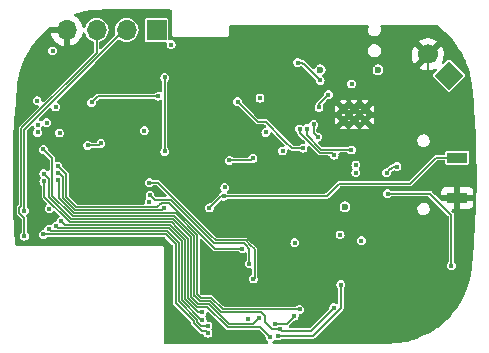
<source format=gbr>
G04 #@! TF.GenerationSoftware,KiCad,Pcbnew,(6.0.0)*
G04 #@! TF.CreationDate,2022-10-31T23:33:13+09:00*
G04 #@! TF.ProjectId,culturit_tx,63756c74-7572-4697-945f-74782e6b6963,rev?*
G04 #@! TF.SameCoordinates,Original*
G04 #@! TF.FileFunction,Copper,L4,Bot*
G04 #@! TF.FilePolarity,Positive*
%FSLAX46Y46*%
G04 Gerber Fmt 4.6, Leading zero omitted, Abs format (unit mm)*
G04 Created by KiCad (PCBNEW (6.0.0)) date 2022-10-31 23:33:13*
%MOMM*%
%LPD*%
G01*
G04 APERTURE LIST*
G04 Aperture macros list*
%AMHorizOval*
0 Thick line with rounded ends*
0 $1 width*
0 $2 $3 position (X,Y) of the first rounded end (center of the circle)*
0 $4 $5 position (X,Y) of the second rounded end (center of the circle)*
0 Add line between two ends*
20,1,$1,$2,$3,$4,$5,0*
0 Add two circle primitives to create the rounded ends*
1,1,$1,$2,$3*
1,1,$1,$4,$5*%
%AMRotRect*
0 Rectangle, with rotation*
0 The origin of the aperture is its center*
0 $1 length*
0 $2 width*
0 $3 Rotation angle, in degrees counterclockwise*
0 Add horizontal line*
21,1,$1,$2,0,0,$3*%
G04 Aperture macros list end*
G04 #@! TA.AperFunction,SMDPad,CuDef*
%ADD10R,1.700000X0.900000*%
G04 #@! TD*
G04 #@! TA.AperFunction,ComponentPad*
%ADD11C,0.500000*%
G04 #@! TD*
G04 #@! TA.AperFunction,ComponentPad*
%ADD12R,1.700000X1.700000*%
G04 #@! TD*
G04 #@! TA.AperFunction,ComponentPad*
%ADD13O,1.700000X1.700000*%
G04 #@! TD*
G04 #@! TA.AperFunction,ComponentPad*
%ADD14RotRect,1.700000X1.700000X45.000000*%
G04 #@! TD*
G04 #@! TA.AperFunction,ComponentPad*
%ADD15HorizOval,1.700000X0.000000X0.000000X0.000000X0.000000X0*%
G04 #@! TD*
G04 #@! TA.AperFunction,ViaPad*
%ADD16C,0.400000*%
G04 #@! TD*
G04 #@! TA.AperFunction,ViaPad*
%ADD17C,0.600000*%
G04 #@! TD*
G04 #@! TA.AperFunction,Conductor*
%ADD18C,0.200000*%
G04 #@! TD*
G04 #@! TA.AperFunction,Conductor*
%ADD19C,0.152400*%
G04 #@! TD*
G04 #@! TA.AperFunction,Conductor*
%ADD20C,0.127000*%
G04 #@! TD*
G04 APERTURE END LIST*
D10*
X53000000Y-28050000D03*
X53000000Y-31450000D03*
D11*
X45182500Y-24900000D03*
X44282500Y-24900000D03*
X43382500Y-24900000D03*
X45182500Y-23900000D03*
X44282500Y-23900000D03*
X43382500Y-23900000D03*
D12*
X27550000Y-17250000D03*
D13*
X25010000Y-17250000D03*
X22470000Y-17250000D03*
X19930000Y-17250000D03*
D14*
X52301562Y-21101562D03*
D15*
X50505511Y-19305511D03*
D16*
X32010000Y-32300000D03*
X44150000Y-41750000D03*
X19190000Y-29970000D03*
X17220000Y-35250000D03*
X35740000Y-38320000D03*
X41190000Y-26300000D03*
X38210000Y-27480000D03*
X40847316Y-25233948D03*
X47000000Y-39250000D03*
X49000000Y-43000000D03*
X42550000Y-40750000D03*
X51000000Y-36500000D03*
X46950000Y-37500000D03*
X43150000Y-38800000D03*
X52750000Y-40250000D03*
X36250000Y-43500000D03*
X17950000Y-34550000D03*
X49250000Y-17500000D03*
X52500000Y-19000000D03*
X53750000Y-22500000D03*
X37550000Y-42100000D03*
X43900000Y-34500000D03*
X39200000Y-41450000D03*
X31900000Y-42900000D03*
X38000000Y-42550000D03*
X33500000Y-40220000D03*
X39500000Y-20000000D03*
X17490000Y-25250000D03*
X53750000Y-36500000D03*
X42250000Y-43500000D03*
X41400000Y-21500000D03*
X17750000Y-22500000D03*
X32500000Y-43500000D03*
X40000000Y-17250000D03*
X26750000Y-27250000D03*
X30000000Y-42250000D03*
X23500000Y-31750000D03*
X19000000Y-21250000D03*
X21500000Y-21250000D03*
X21500000Y-16250000D03*
X41750000Y-17250000D03*
X36300000Y-23000000D03*
X28775000Y-18475000D03*
X35500000Y-40250000D03*
X19000000Y-19750000D03*
X23750000Y-27500000D03*
X22250000Y-28000000D03*
X41297011Y-23795087D03*
X27500000Y-35250000D03*
X19250000Y-35250000D03*
X23250000Y-35250000D03*
X36800000Y-25900000D03*
X42100000Y-22700000D03*
X20750000Y-26000000D03*
D17*
X46300000Y-20600000D03*
D16*
X16250000Y-22500000D03*
X26250000Y-16250000D03*
X28500000Y-38750000D03*
X28750000Y-43250000D03*
X18000000Y-18000000D03*
X34250000Y-17500000D03*
X19340000Y-25950000D03*
D17*
X41400000Y-20600000D03*
D16*
X32250000Y-21250000D03*
X25500000Y-27000000D03*
X36500000Y-18000000D03*
X16500000Y-20500000D03*
X20750000Y-30250000D03*
X47750000Y-27750000D03*
X26750000Y-35250000D03*
X24250000Y-35250000D03*
X20750000Y-27500000D03*
X18000000Y-35250000D03*
X21250000Y-35250000D03*
X23500000Y-30250000D03*
X23750000Y-16250000D03*
X44250000Y-19750000D03*
X21500000Y-18250000D03*
X47500000Y-40750000D03*
X45250000Y-36250000D03*
X45500000Y-27750000D03*
X21250000Y-31750000D03*
X30500000Y-21250000D03*
X40250000Y-24250000D03*
X42580000Y-27840000D03*
X42500000Y-19500000D03*
X24250000Y-26500000D03*
X42000000Y-31750000D03*
X35250000Y-32750000D03*
X42750000Y-31500000D03*
X33000000Y-24250000D03*
X18240000Y-25090000D03*
X27680000Y-22840000D03*
X39650000Y-25620000D03*
X22050000Y-23370000D03*
X39940000Y-27250000D03*
X26420000Y-24350000D03*
X44038581Y-27391360D03*
X37000000Y-34000000D03*
X28240000Y-21250000D03*
X44050000Y-21810000D03*
X40240000Y-25600000D03*
X34500000Y-22500000D03*
X25800000Y-23480000D03*
X33920000Y-26700000D03*
X44500000Y-32000000D03*
X28750000Y-23500000D03*
X31750000Y-33250000D03*
X51500000Y-40250000D03*
X30750000Y-24000000D03*
X42500000Y-30000000D03*
X39500000Y-33750000D03*
X26500000Y-21500000D03*
X28750000Y-24250000D03*
X34410000Y-23300000D03*
X28240000Y-27520000D03*
X44250000Y-38000000D03*
X33000000Y-23500000D03*
X31900000Y-42300000D03*
X41210000Y-30110000D03*
X19000000Y-23750000D03*
X33700000Y-28270000D03*
X26500000Y-25750000D03*
X31400000Y-41150000D03*
X37700000Y-40200000D03*
X33320000Y-30550000D03*
X35700000Y-28100000D03*
X48700000Y-22700000D03*
X26940000Y-30150000D03*
X19000000Y-33850000D03*
X31400000Y-41750000D03*
X39250000Y-35250000D03*
X25010000Y-35250000D03*
X26990000Y-31220000D03*
X19450000Y-33450000D03*
X18448192Y-32368209D03*
X37171115Y-43260557D03*
X21720000Y-27000000D03*
X39400000Y-38000000D03*
X39650000Y-40900000D03*
X38700000Y-38500000D03*
X18750000Y-19000000D03*
X16350000Y-34690000D03*
X26940000Y-31810000D03*
X41250000Y-35500000D03*
X47800000Y-24500000D03*
X35310000Y-41690000D03*
X16350000Y-32540000D03*
X19200000Y-28790000D03*
X18000000Y-30050000D03*
X35400000Y-37040000D03*
X18400000Y-34100000D03*
X18000000Y-29400000D03*
X41100000Y-41400000D03*
X19195072Y-29381016D03*
X37850000Y-43150000D03*
X28164263Y-32299701D03*
X33220000Y-31300000D03*
X34790000Y-35750000D03*
X36250000Y-41600000D03*
X17950000Y-27350000D03*
X22830000Y-26840000D03*
X43080000Y-34580000D03*
X37510000Y-30740000D03*
X37500000Y-36750000D03*
X45500000Y-34500000D03*
X36750000Y-35000000D03*
X47026781Y-29326070D03*
D17*
X43500000Y-32200000D03*
D16*
X17480000Y-25900000D03*
X52500000Y-37200000D03*
X44420541Y-29325000D03*
X16320000Y-23120000D03*
X38750000Y-36000000D03*
X44420541Y-28675000D03*
X47100000Y-31100000D03*
X47900000Y-33300000D03*
X45400000Y-32000000D03*
X47900000Y-28800000D03*
X17440000Y-23230000D03*
X37500000Y-38250000D03*
X44890000Y-35080000D03*
X44250000Y-40750000D03*
D18*
X47307379Y-29045471D02*
G75*
G02*
X47900000Y-28800000I592622J-592625D01*
G01*
D19*
X52500000Y-32900000D02*
X52500000Y-37200000D01*
X50700000Y-31100000D02*
X52500000Y-32900000D01*
X47100000Y-31100000D02*
X50700000Y-31100000D01*
D20*
X32010000Y-32300000D02*
X33010000Y-31300000D01*
X33010000Y-31300000D02*
X33220000Y-31300000D01*
X19630000Y-31459952D02*
X19910024Y-31739976D01*
X19195072Y-29381016D02*
X19321016Y-29381016D01*
X35075011Y-35056480D02*
X34864988Y-35056480D01*
X27546259Y-32483741D02*
X27980223Y-32483741D01*
X19910024Y-31739976D02*
X20653789Y-32483741D01*
X28270000Y-31606480D02*
X28023520Y-31606480D01*
X35400000Y-35740000D02*
X35080000Y-35420000D01*
X19630000Y-30110000D02*
X19630000Y-31459952D01*
X19570000Y-29630000D02*
X19630000Y-29690000D01*
D19*
X40847316Y-25987316D02*
X41090000Y-26230000D01*
D20*
X20653789Y-32483741D02*
X21100000Y-32483741D01*
X19321016Y-29381016D02*
X19570000Y-29630000D01*
X28023520Y-31606480D02*
X27874988Y-31606480D01*
D19*
X41090000Y-26230000D02*
X41160000Y-26300000D01*
D20*
X19630000Y-29690000D02*
X19630000Y-30110000D01*
D19*
X31350000Y-42750000D02*
X30683780Y-42083780D01*
X41297011Y-23795087D02*
X41297011Y-23502989D01*
X30683780Y-41868804D02*
X29150000Y-40335024D01*
X41297011Y-23502989D02*
X42100000Y-22700000D01*
X28350000Y-34550000D02*
X17950000Y-34550000D01*
X40847316Y-25233948D02*
X40847316Y-25987316D01*
X29150000Y-35350000D02*
X28350000Y-34550000D01*
X41160000Y-26300000D02*
X41190000Y-26300000D01*
X40800000Y-43150000D02*
X37850000Y-43150000D01*
D20*
X30200000Y-39300000D02*
X30200000Y-39400000D01*
X29416219Y-40224751D02*
X30950000Y-41758532D01*
X35740000Y-38320000D02*
X35840000Y-38220000D01*
X30200000Y-35900000D02*
X30200000Y-39300000D01*
X30950000Y-41950000D02*
X31300000Y-42300000D01*
D19*
X30683780Y-42083780D02*
X30683780Y-41868804D01*
D20*
X29416219Y-35460273D02*
X29416219Y-40224751D01*
X29416220Y-35239729D02*
X29416219Y-35460273D01*
X35454266Y-35435734D02*
X35075011Y-35056480D01*
X35840000Y-36910000D02*
X35840000Y-35821468D01*
D19*
X31750000Y-42750000D02*
X31350000Y-42750000D01*
X29150000Y-40335024D02*
X29150000Y-35350000D01*
X33700000Y-28270000D02*
X35530000Y-28270000D01*
D20*
X19180260Y-34030260D02*
X28565283Y-34030260D01*
X28565283Y-34030260D02*
X29669739Y-35134717D01*
X19450000Y-33450000D02*
X19776740Y-33776740D01*
X28676740Y-33776740D02*
X29923259Y-35023259D01*
D19*
X41250000Y-35500000D02*
X42500000Y-35500000D01*
D20*
X30200000Y-34900000D02*
X30200000Y-35900000D01*
X20223220Y-33523220D02*
X20550000Y-33523220D01*
X30950000Y-41758532D02*
X30950000Y-41950000D01*
D19*
X35530000Y-28270000D02*
X35700000Y-28100000D01*
X44000000Y-35250000D02*
X44000000Y-34600000D01*
X44000000Y-34600000D02*
X43900000Y-34500000D01*
D20*
X18000000Y-30050000D02*
X18050000Y-30100000D01*
D19*
X42750000Y-35250000D02*
X44000000Y-35250000D01*
D20*
X29300000Y-34000000D02*
X30200000Y-34900000D01*
X35840000Y-38220000D02*
X35840000Y-36910000D01*
X19776740Y-33776740D02*
X28676740Y-33776740D01*
X28460271Y-34283780D02*
X29416220Y-35239729D01*
D19*
X38150000Y-42700000D02*
X40600000Y-42700000D01*
D20*
X20283780Y-34283780D02*
X28460271Y-34283780D01*
X31300000Y-42300000D02*
X31900000Y-42300000D01*
D19*
X40600000Y-42700000D02*
X42550000Y-40750000D01*
D20*
X19000000Y-33850000D02*
X19180260Y-34030260D01*
X29669739Y-40119739D02*
X31300000Y-41750000D01*
X31058532Y-41150000D02*
X31400000Y-41150000D01*
X29923259Y-40014727D02*
X31058532Y-41150000D01*
X31300000Y-41750000D02*
X31400000Y-41750000D01*
D19*
X38000000Y-42550000D02*
X38150000Y-42700000D01*
D20*
X29669739Y-35134717D02*
X29669739Y-40119739D01*
X29923259Y-35023259D02*
X29923259Y-40014727D01*
D19*
X42500000Y-35500000D02*
X42750000Y-35250000D01*
X31900000Y-42900000D02*
X31750000Y-42750000D01*
D20*
X21100000Y-32483741D02*
X27546259Y-32483741D01*
X29148774Y-32737261D02*
X30985959Y-34574445D01*
X19883520Y-31354940D02*
X20494290Y-31965710D01*
X18050000Y-31350000D02*
X20223220Y-33523220D01*
X35840000Y-35821468D02*
X35454266Y-35435734D01*
X19883520Y-29443520D02*
X19883520Y-29795012D01*
X19200000Y-28790000D02*
X19230000Y-28790000D01*
X28823220Y-33523220D02*
X29300000Y-34000000D01*
X20550000Y-33523220D02*
X28823220Y-33523220D01*
X18050000Y-30100000D02*
X18050000Y-31350000D01*
X20494290Y-31965710D02*
X20758801Y-32230221D01*
X19883520Y-29795012D02*
X19883520Y-31354940D01*
X30985959Y-34574445D02*
X30985959Y-39607379D01*
X19730000Y-29290000D02*
X19883520Y-29443520D01*
X18583780Y-34283780D02*
X20600000Y-34283780D01*
X33145296Y-40883780D02*
X38216220Y-40883780D01*
X18400000Y-34100000D02*
X18583780Y-34283780D01*
X32175554Y-39914041D02*
X33145296Y-40883780D01*
X35400000Y-37040000D02*
X35400000Y-35740000D01*
X30985959Y-39607379D02*
X31292621Y-39914041D01*
X35080000Y-35420000D02*
X34970000Y-35310000D01*
X27980223Y-32483741D02*
X28164263Y-32299701D01*
X19250000Y-30030000D02*
X19250000Y-31438484D01*
X19230000Y-28790000D02*
X19730000Y-29290000D01*
X20548777Y-32737261D02*
X29148774Y-32737261D01*
X19250000Y-31438484D02*
X20548777Y-32737261D01*
X31292621Y-39914041D02*
X32175554Y-39914041D01*
X20758801Y-32230221D02*
X21670000Y-32230221D01*
X21670000Y-32230221D02*
X27609779Y-32230221D01*
X28630045Y-31860000D02*
X29545023Y-32774977D01*
D19*
X36750000Y-42000000D02*
X36750000Y-41600000D01*
X18716220Y-31281196D02*
X18716220Y-30850000D01*
X36450000Y-41150000D02*
X35300000Y-41150000D01*
D20*
X34560000Y-35310000D02*
X34490000Y-35310000D01*
D19*
X20438505Y-33003481D02*
X20267512Y-32832488D01*
X30719740Y-39000000D02*
X30719740Y-34684718D01*
X38000000Y-42550000D02*
X37300000Y-42550000D01*
D20*
X28350000Y-31860000D02*
X28630045Y-31860000D01*
D19*
X29038503Y-33003481D02*
X28400000Y-33003481D01*
D20*
X38216220Y-40883780D02*
X38316220Y-40883780D01*
X39633780Y-40883780D02*
X39650000Y-40900000D01*
X35700000Y-42150000D02*
X33658532Y-42150000D01*
X34560000Y-35310000D02*
X32438578Y-35310000D01*
X38216220Y-40883780D02*
X39633780Y-40883780D01*
X30453520Y-38553520D02*
X30453520Y-38900000D01*
D19*
X30719740Y-34684718D02*
X30117511Y-34082489D01*
D20*
X30453520Y-39827924D02*
X30453520Y-38553520D01*
X32520046Y-35750000D02*
X34790000Y-35750000D01*
D19*
X28400000Y-33003481D02*
X21046519Y-33003481D01*
D20*
X30453520Y-34794989D02*
X30453520Y-38553520D01*
X33658532Y-42150000D02*
X31955011Y-40446480D01*
D19*
X32517512Y-40632488D02*
X32065282Y-40180260D01*
D20*
X29545023Y-32774977D02*
X32520046Y-35750000D01*
X31072076Y-40446480D02*
X30453520Y-39827924D01*
X31955011Y-40446480D02*
X31072076Y-40446480D01*
X36250000Y-41600000D02*
X35700000Y-42150000D01*
D19*
X37300000Y-42550000D02*
X37050000Y-42300000D01*
X36750000Y-41600000D02*
X36750000Y-41450000D01*
D20*
X27790000Y-32050000D02*
X27980000Y-31860000D01*
D19*
X32065282Y-40180260D02*
X31844738Y-40180261D01*
X31844738Y-40180261D02*
X31182349Y-40180261D01*
X37050000Y-42300000D02*
X36750000Y-42000000D01*
X36500000Y-41200000D02*
X36450000Y-41150000D01*
X36750000Y-41450000D02*
X36500000Y-41200000D01*
X21046519Y-33003481D02*
X20438505Y-33003481D01*
X30776044Y-39773956D02*
X30719740Y-39717652D01*
X33035024Y-41150000D02*
X32517512Y-40632488D01*
D20*
X27637110Y-30150000D02*
X26940000Y-30150000D01*
D19*
X35300000Y-41150000D02*
X33035024Y-41150000D01*
X31182349Y-40180261D02*
X30776044Y-39773956D01*
X30719740Y-39717652D02*
X30719740Y-39000000D01*
X30117511Y-34082489D02*
X29038503Y-33003481D01*
D20*
X19190000Y-29970000D02*
X19250000Y-30030000D01*
X18000000Y-29400000D02*
X18450000Y-29850000D01*
X31774289Y-34645711D02*
X28735057Y-31606480D01*
D19*
X47800000Y-24500000D02*
X48700000Y-23600000D01*
X50505511Y-20894489D02*
X50505511Y-19305511D01*
X48700000Y-22700000D02*
X50505511Y-20894489D01*
D20*
X27609779Y-32230221D02*
X27790000Y-32050000D01*
X18450000Y-29850000D02*
X18450000Y-30300000D01*
X18450000Y-31391468D02*
X18929266Y-31870734D01*
D19*
X18716220Y-28116220D02*
X17950000Y-27350000D01*
D20*
X32543590Y-35056480D02*
X32128555Y-34641445D01*
X32128555Y-34641445D02*
X27637110Y-30150000D01*
X34864988Y-35056480D02*
X32543590Y-35056480D01*
X28735057Y-31606480D02*
X28270000Y-31606480D01*
X32438578Y-35310000D02*
X31774289Y-34645711D01*
X20328232Y-33269700D02*
X21150000Y-33269700D01*
X31850000Y-40700000D02*
X33553521Y-42403520D01*
D19*
X39200000Y-41500000D02*
X38600000Y-42100000D01*
X39200000Y-41450000D02*
X39200000Y-41500000D01*
D20*
X21150000Y-33269700D02*
X28928232Y-33269700D01*
D19*
X18716220Y-30850000D02*
X18716220Y-28116220D01*
D20*
X34970000Y-35310000D02*
X34560000Y-35310000D01*
X18929266Y-31870734D02*
X20328232Y-33269700D01*
X26990000Y-31220000D02*
X27376480Y-31606480D01*
X33553521Y-42403520D02*
X36314078Y-42403520D01*
D19*
X48700000Y-23600000D02*
X48700000Y-22700000D01*
D20*
X30200000Y-39932936D02*
X30967064Y-40700000D01*
X29254266Y-33595734D02*
X30453520Y-34794989D01*
X28928232Y-33269700D02*
X29254266Y-33595734D01*
X27980000Y-31860000D02*
X28350000Y-31860000D01*
D19*
X20267512Y-32832488D02*
X18716220Y-31281196D01*
D20*
X18450000Y-30300000D02*
X18450000Y-31391468D01*
X27376480Y-31606480D02*
X28023520Y-31606480D01*
D19*
X38600000Y-42100000D02*
X37550000Y-42100000D01*
D20*
X30967064Y-40700000D02*
X31850000Y-40700000D01*
X30200000Y-39300000D02*
X30200000Y-39932936D01*
X36314078Y-42403520D02*
X37171115Y-43260557D01*
X49000000Y-30250000D02*
X43000000Y-30250000D01*
X41950000Y-31300000D02*
X33220000Y-31300000D01*
X43000000Y-30250000D02*
X41950000Y-31300000D01*
X53000000Y-28050000D02*
X51200000Y-28050000D01*
X51200000Y-28050000D02*
X49000000Y-30250000D01*
X40240000Y-26150000D02*
X41481360Y-27391360D01*
X41481360Y-27391360D02*
X44038581Y-27391360D01*
X22580000Y-22840000D02*
X27680000Y-22840000D01*
X22050000Y-23370000D02*
X22580000Y-22840000D01*
X28240000Y-27520000D02*
X28240000Y-21250000D01*
X40240000Y-25600000D02*
X40240000Y-26150000D01*
X36720000Y-25010000D02*
X36770000Y-25010000D01*
X34410000Y-23300000D02*
X36120000Y-25010000D01*
X42384880Y-27644880D02*
X42580000Y-27840000D01*
X36120000Y-25010000D02*
X36720000Y-25010000D01*
X39010000Y-27250000D02*
X39940000Y-27250000D01*
X40134989Y-26403520D02*
X41376349Y-27644880D01*
X42280000Y-27644880D02*
X42384880Y-27644880D01*
X39650000Y-25918532D02*
X40134989Y-26403520D01*
X16350000Y-25680000D02*
X24780000Y-17250000D01*
X24780000Y-17250000D02*
X25010000Y-17250000D01*
X39650000Y-25620000D02*
X39650000Y-25918532D01*
X38460000Y-26700000D02*
X39010000Y-27250000D01*
X41376349Y-27644880D02*
X42280000Y-27644880D01*
X16350000Y-32540000D02*
X16350000Y-25680000D01*
X36770000Y-25010000D02*
X38460000Y-26700000D01*
X22670000Y-27000000D02*
X22830000Y-26840000D01*
X22470000Y-19201468D02*
X16096480Y-25574988D01*
X16350000Y-33160000D02*
X16350000Y-34690000D01*
X15910000Y-32320000D02*
X15910000Y-32720000D01*
X16096480Y-25574988D02*
X16096480Y-32133520D01*
X16096480Y-32133520D02*
X15910000Y-32320000D01*
X21720000Y-27000000D02*
X22670000Y-27000000D01*
X15910000Y-32720000D02*
X16350000Y-33160000D01*
X22470000Y-17250000D02*
X22470000Y-19201468D01*
D19*
X46950000Y-39200000D02*
X46950000Y-37500000D01*
X45400000Y-32000000D02*
X46700000Y-33300000D01*
X47000000Y-39250000D02*
X46950000Y-39200000D01*
X45500000Y-34500000D02*
X46700000Y-33300000D01*
X46700000Y-33300000D02*
X47900000Y-33300000D01*
X43150000Y-38800000D02*
X43150000Y-40800000D01*
X43900000Y-34500000D02*
X45500000Y-34500000D01*
X41950000Y-42000000D02*
X40800000Y-43150000D01*
X45500000Y-34500000D02*
X46950000Y-35950000D01*
X46950000Y-35950000D02*
X46950000Y-37500000D01*
X43150000Y-40800000D02*
X41950000Y-42000000D01*
X40100000Y-20200000D02*
X39900000Y-20000000D01*
D18*
X47307379Y-29045471D02*
X47026781Y-29326070D01*
D19*
X39900000Y-20000000D02*
X39500000Y-20000000D01*
X41400000Y-21500000D02*
X40100000Y-20200000D01*
G04 #@! TA.AperFunction,Conductor*
G36*
X28789721Y-15522402D02*
G01*
X28836214Y-15576058D01*
X28847600Y-15628400D01*
X28847600Y-17613351D01*
X28846518Y-17621569D01*
X28846518Y-17633976D01*
X28842224Y-17650001D01*
X28847600Y-17670064D01*
X28863362Y-17728889D01*
X28921112Y-17786639D01*
X28937132Y-17790932D01*
X28937133Y-17790932D01*
X28983977Y-17803484D01*
X28983978Y-17803484D01*
X29000000Y-17807777D01*
X29016024Y-17803483D01*
X29028432Y-17803483D01*
X29036650Y-17802401D01*
X33463350Y-17802401D01*
X33471568Y-17803483D01*
X33483975Y-17803483D01*
X33500000Y-17807777D01*
X33516025Y-17803483D01*
X33516026Y-17803483D01*
X33520064Y-17802401D01*
X33544296Y-17795908D01*
X33562866Y-17790932D01*
X33578888Y-17786639D01*
X33636638Y-17728889D01*
X33652400Y-17670064D01*
X33657776Y-17650001D01*
X33653482Y-17633976D01*
X33653482Y-17621569D01*
X33652400Y-17613351D01*
X33652400Y-16928401D01*
X33672402Y-16860280D01*
X33726058Y-16813787D01*
X33778400Y-16802401D01*
X45375336Y-16802401D01*
X45443457Y-16822403D01*
X45489950Y-16876059D01*
X45500054Y-16946333D01*
X45493887Y-16971082D01*
X45466066Y-17048358D01*
X45453307Y-17083797D01*
X45452679Y-17092354D01*
X45452678Y-17092357D01*
X45446722Y-17173470D01*
X45442197Y-17235094D01*
X45472182Y-17383806D01*
X45476081Y-17391458D01*
X45537156Y-17511324D01*
X45537158Y-17511327D01*
X45541055Y-17518975D01*
X45546868Y-17525297D01*
X45546869Y-17525298D01*
X45563065Y-17542911D01*
X45643740Y-17630644D01*
X45651043Y-17635172D01*
X45651044Y-17635173D01*
X45765372Y-17706060D01*
X45772672Y-17710586D01*
X45780919Y-17712982D01*
X45912015Y-17751069D01*
X45912018Y-17751070D01*
X45918353Y-17752910D01*
X45925794Y-17753456D01*
X45926805Y-17753531D01*
X45926813Y-17753531D01*
X45929110Y-17753700D01*
X46038004Y-17753700D01*
X46042249Y-17753118D01*
X46042256Y-17753118D01*
X46103309Y-17744754D01*
X46150301Y-17738317D01*
X46208847Y-17712982D01*
X46281644Y-17681480D01*
X46281646Y-17681479D01*
X46289528Y-17678068D01*
X46407425Y-17582597D01*
X46412401Y-17575595D01*
X46412403Y-17575593D01*
X46490329Y-17465940D01*
X46490330Y-17465938D01*
X46495304Y-17458939D01*
X46502418Y-17439181D01*
X46543785Y-17324279D01*
X46546693Y-17316203D01*
X46551555Y-17250000D01*
X46557174Y-17173470D01*
X46557803Y-17164906D01*
X46527818Y-17016194D01*
X46512232Y-16985605D01*
X46499127Y-16915829D01*
X46525826Y-16850044D01*
X46583853Y-16809137D01*
X46624498Y-16802401D01*
X51199795Y-16802401D01*
X51267916Y-16822403D01*
X51275219Y-16827469D01*
X51610757Y-17078208D01*
X51617770Y-17083850D01*
X51838278Y-17274614D01*
X51886352Y-17316203D01*
X51997106Y-17412018D01*
X52003694Y-17418142D01*
X52358652Y-17772573D01*
X52364770Y-17779136D01*
X52620214Y-18073522D01*
X52693499Y-18157979D01*
X52699152Y-18164983D01*
X53000017Y-18566354D01*
X53005141Y-18573725D01*
X53276573Y-18995533D01*
X53281167Y-19003265D01*
X53484628Y-19375398D01*
X53521794Y-19443375D01*
X53525826Y-19451420D01*
X53719175Y-19874248D01*
X53734417Y-19907581D01*
X53737863Y-19915891D01*
X53772934Y-20009793D01*
X53913356Y-20385776D01*
X53916202Y-20394315D01*
X53968433Y-20571942D01*
X54056560Y-20871642D01*
X54057703Y-20875530D01*
X54059930Y-20884242D01*
X54094283Y-21041903D01*
X54166717Y-21374339D01*
X54168318Y-21383197D01*
X54185060Y-21499402D01*
X54235729Y-21851096D01*
X54235873Y-21852097D01*
X54236437Y-21856581D01*
X54237669Y-21868026D01*
X54235095Y-21884267D01*
X54235174Y-21884472D01*
X54235140Y-21884690D01*
X54241112Y-21900125D01*
X54242722Y-21915350D01*
X54243937Y-21920495D01*
X54380093Y-23353456D01*
X54380305Y-23355948D01*
X54427637Y-23986867D01*
X54490082Y-24819234D01*
X54490661Y-24826957D01*
X54490821Y-24829426D01*
X54571825Y-26300000D01*
X54571952Y-26302314D01*
X54572063Y-26304773D01*
X54599799Y-27093008D01*
X54623939Y-27779042D01*
X54624002Y-27781543D01*
X54646600Y-29256458D01*
X54646614Y-29258959D01*
X54643057Y-30043931D01*
X54640278Y-30657128D01*
X54639929Y-30734084D01*
X54639893Y-30736556D01*
X54622252Y-31459840D01*
X54603923Y-32211286D01*
X54603837Y-32213786D01*
X54538600Y-33687484D01*
X54538464Y-33689982D01*
X54443987Y-35162046D01*
X54443802Y-35164541D01*
X54323079Y-36599274D01*
X54321832Y-36604858D01*
X54320438Y-36619664D01*
X54314662Y-36635212D01*
X54317434Y-36651565D01*
X54316092Y-36665814D01*
X54316301Y-36672092D01*
X54285159Y-36977607D01*
X54244194Y-37379482D01*
X54242606Y-37386106D01*
X54241125Y-37399843D01*
X54235140Y-37415312D01*
X54237691Y-37431700D01*
X54236312Y-37444491D01*
X54235766Y-37448843D01*
X54178534Y-37848595D01*
X54173654Y-37882683D01*
X54170529Y-37904507D01*
X54168983Y-37913147D01*
X54147309Y-38013902D01*
X54066097Y-38391422D01*
X54063953Y-38399935D01*
X53928013Y-38869889D01*
X53925281Y-38878232D01*
X53756949Y-39337571D01*
X53753643Y-39345703D01*
X53553740Y-39792201D01*
X53549876Y-39800084D01*
X53319361Y-40231589D01*
X53314957Y-40239184D01*
X53054955Y-40653591D01*
X53050033Y-40660860D01*
X52761812Y-41056149D01*
X52756396Y-41063058D01*
X52441347Y-41437324D01*
X52435463Y-41443839D01*
X52284223Y-41600000D01*
X52102256Y-41787889D01*
X52095117Y-41795260D01*
X52088800Y-41801343D01*
X51761499Y-42095265D01*
X51724813Y-42128210D01*
X51718084Y-42133842D01*
X51698316Y-42149249D01*
X51332210Y-42434579D01*
X51325102Y-42439731D01*
X50919236Y-42712861D01*
X50911786Y-42717506D01*
X50487876Y-42961718D01*
X50480121Y-42965832D01*
X50040258Y-43179922D01*
X50032236Y-43183487D01*
X49887183Y-43241976D01*
X49578491Y-43366448D01*
X49570265Y-43369435D01*
X49289155Y-43460598D01*
X49104912Y-43520347D01*
X49096472Y-43522763D01*
X49073990Y-43528358D01*
X48621730Y-43640908D01*
X48613151Y-43642728D01*
X48521632Y-43658836D01*
X48131328Y-43727531D01*
X48122634Y-43728750D01*
X47929445Y-43749018D01*
X47636101Y-43779794D01*
X47627361Y-43780404D01*
X47236489Y-43794029D01*
X47167249Y-43796443D01*
X47162862Y-43796519D01*
X47150061Y-43796519D01*
X47134037Y-43792226D01*
X47118013Y-43796520D01*
X47105605Y-43796520D01*
X47097387Y-43797602D01*
X37460786Y-43797602D01*
X37392665Y-43777600D01*
X37346172Y-43723944D01*
X37336068Y-43653670D01*
X37365562Y-43589090D01*
X37385633Y-43570668D01*
X37393508Y-43566655D01*
X37477213Y-43482950D01*
X37479029Y-43484766D01*
X37523762Y-43450273D01*
X37594499Y-43444199D01*
X37626505Y-43458262D01*
X37627607Y-43456098D01*
X37733081Y-43509840D01*
X37742870Y-43511390D01*
X37742872Y-43511391D01*
X37840207Y-43526807D01*
X37850000Y-43528358D01*
X37859793Y-43526807D01*
X37957128Y-43511391D01*
X37957130Y-43511390D01*
X37966919Y-43509840D01*
X38072393Y-43456098D01*
X38112486Y-43416005D01*
X38174798Y-43381979D01*
X38201581Y-43379100D01*
X40790718Y-43379100D01*
X40797312Y-43379273D01*
X40823413Y-43380641D01*
X40823414Y-43380641D01*
X40836639Y-43381334D01*
X40856014Y-43373897D01*
X40874962Y-43368285D01*
X40882311Y-43366723D01*
X40882312Y-43366722D01*
X40895265Y-43363969D01*
X40905976Y-43356187D01*
X40910784Y-43354046D01*
X40915201Y-43351177D01*
X40927564Y-43346432D01*
X40942235Y-43331761D01*
X40957269Y-43318920D01*
X40963346Y-43314505D01*
X40963346Y-43314504D01*
X40974058Y-43306722D01*
X40980678Y-43295255D01*
X40989541Y-43285412D01*
X40989866Y-43285704D01*
X40995056Y-43278940D01*
X43305412Y-40968584D01*
X43310196Y-40964043D01*
X43329646Y-40946530D01*
X43339486Y-40937670D01*
X43344871Y-40925576D01*
X43344872Y-40925574D01*
X43347926Y-40918713D01*
X43357360Y-40901339D01*
X43368661Y-40883937D01*
X43370733Y-40870853D01*
X43372619Y-40865940D01*
X43373712Y-40860797D01*
X43379100Y-40848697D01*
X43379100Y-40827947D01*
X43380651Y-40808236D01*
X43381826Y-40800819D01*
X43381826Y-40800818D01*
X43383897Y-40787742D01*
X43380470Y-40774953D01*
X43379777Y-40761725D01*
X43380213Y-40761702D01*
X43379100Y-40753250D01*
X43379100Y-39151581D01*
X43399102Y-39083460D01*
X43416005Y-39062486D01*
X43456098Y-39022393D01*
X43509840Y-38916919D01*
X43515968Y-38878232D01*
X43526807Y-38809793D01*
X43528358Y-38800000D01*
X43509840Y-38683081D01*
X43456098Y-38577607D01*
X43372393Y-38493902D01*
X43266919Y-38440160D01*
X43257130Y-38438610D01*
X43257128Y-38438609D01*
X43159793Y-38423193D01*
X43150000Y-38421642D01*
X43140207Y-38423193D01*
X43042872Y-38438609D01*
X43042870Y-38438610D01*
X43033081Y-38440160D01*
X42927607Y-38493902D01*
X42843902Y-38577607D01*
X42790160Y-38683081D01*
X42771642Y-38800000D01*
X42773193Y-38809793D01*
X42784033Y-38878232D01*
X42790160Y-38916919D01*
X42843902Y-39022393D01*
X42883995Y-39062486D01*
X42918021Y-39124798D01*
X42920900Y-39151581D01*
X42920900Y-40313956D01*
X42900898Y-40382077D01*
X42847242Y-40428570D01*
X42776968Y-40438674D01*
X42737697Y-40426223D01*
X42686800Y-40400290D01*
X42666919Y-40390160D01*
X42657130Y-40388610D01*
X42657128Y-40388609D01*
X42559793Y-40373193D01*
X42550000Y-40371642D01*
X42540207Y-40373193D01*
X42442872Y-40388609D01*
X42442870Y-40388610D01*
X42433081Y-40390160D01*
X42327607Y-40443902D01*
X42243902Y-40527607D01*
X42190160Y-40633081D01*
X42188610Y-40642870D01*
X42188609Y-40642872D01*
X42184218Y-40670596D01*
X42171642Y-40750000D01*
X42172249Y-40753834D01*
X42153191Y-40818741D01*
X42136288Y-40839715D01*
X40542008Y-42433995D01*
X40479696Y-42468021D01*
X40452913Y-42470900D01*
X38860507Y-42470900D01*
X38792386Y-42450898D01*
X38745893Y-42397242D01*
X38735789Y-42326968D01*
X38765909Y-42262643D01*
X38774058Y-42256722D01*
X38780680Y-42245252D01*
X38789540Y-42235412D01*
X38789865Y-42235705D01*
X38795056Y-42228940D01*
X39165867Y-41858129D01*
X39235251Y-41822775D01*
X39307128Y-41811391D01*
X39307130Y-41811390D01*
X39316919Y-41809840D01*
X39422393Y-41756098D01*
X39506098Y-41672393D01*
X39559840Y-41566919D01*
X39566067Y-41527607D01*
X39576807Y-41459793D01*
X39578358Y-41450000D01*
X39576807Y-41440206D01*
X39573302Y-41418076D01*
X39582402Y-41347665D01*
X39628124Y-41293351D01*
X39678040Y-41273917D01*
X39757128Y-41261391D01*
X39757130Y-41261390D01*
X39766919Y-41259840D01*
X39872393Y-41206098D01*
X39956098Y-41122393D01*
X40009840Y-41016919D01*
X40017496Y-40968584D01*
X40026807Y-40909793D01*
X40028358Y-40900000D01*
X40025814Y-40883937D01*
X40011391Y-40792872D01*
X40011390Y-40792870D01*
X40009840Y-40783081D01*
X39956098Y-40677607D01*
X39872393Y-40593902D01*
X39766919Y-40540160D01*
X39757130Y-40538610D01*
X39757128Y-40538609D01*
X39659793Y-40523193D01*
X39650000Y-40521642D01*
X39640207Y-40523193D01*
X39542872Y-40538609D01*
X39542870Y-40538610D01*
X39533081Y-40540160D01*
X39427607Y-40593902D01*
X39391034Y-40630475D01*
X39328722Y-40664501D01*
X39301939Y-40667380D01*
X33287123Y-40667380D01*
X33219002Y-40647378D01*
X33198028Y-40630476D01*
X32334919Y-39767370D01*
X32330377Y-39762583D01*
X32314456Y-39744901D01*
X32314455Y-39744900D01*
X32305593Y-39735058D01*
X32293498Y-39729673D01*
X32293495Y-39729671D01*
X32288182Y-39727306D01*
X32270810Y-39717874D01*
X32254837Y-39707501D01*
X32241754Y-39705429D01*
X32237793Y-39703908D01*
X32233650Y-39703027D01*
X32221551Y-39697641D01*
X32202507Y-39697641D01*
X32182795Y-39696090D01*
X32163975Y-39693109D01*
X32151182Y-39696537D01*
X32137959Y-39697230D01*
X32137929Y-39696660D01*
X32130475Y-39697641D01*
X31434448Y-39697641D01*
X31366327Y-39677639D01*
X31345353Y-39660737D01*
X31239264Y-39554649D01*
X31205239Y-39492337D01*
X31202359Y-39465553D01*
X31202359Y-35042539D01*
X31222361Y-34974418D01*
X31276017Y-34927925D01*
X31346291Y-34917821D01*
X31410871Y-34947315D01*
X31417454Y-34953444D01*
X32360671Y-35896661D01*
X32365212Y-35901445D01*
X32390007Y-35928983D01*
X32402104Y-35934369D01*
X32407416Y-35936734D01*
X32424781Y-35946162D01*
X32440762Y-35956540D01*
X32453844Y-35958612D01*
X32457801Y-35960131D01*
X32461949Y-35961013D01*
X32474049Y-35966400D01*
X32493093Y-35966400D01*
X32512804Y-35967951D01*
X32518548Y-35968861D01*
X32518549Y-35968861D01*
X32531625Y-35970932D01*
X32544414Y-35967505D01*
X32557642Y-35966812D01*
X32557672Y-35967382D01*
X32565128Y-35966400D01*
X34425719Y-35966400D01*
X34493840Y-35986402D01*
X34514814Y-36003305D01*
X34567607Y-36056098D01*
X34673081Y-36109840D01*
X34682870Y-36111390D01*
X34682872Y-36111391D01*
X34780207Y-36126807D01*
X34790000Y-36128358D01*
X34799793Y-36126807D01*
X34897128Y-36111391D01*
X34897130Y-36111390D01*
X34906919Y-36109840D01*
X35000398Y-36062210D01*
X35070173Y-36049106D01*
X35135958Y-36075806D01*
X35176865Y-36133833D01*
X35183600Y-36174477D01*
X35183600Y-36675719D01*
X35163598Y-36743840D01*
X35146695Y-36764814D01*
X35093902Y-36817607D01*
X35040160Y-36923081D01*
X35021642Y-37040000D01*
X35040160Y-37156919D01*
X35093902Y-37262393D01*
X35177607Y-37346098D01*
X35283081Y-37399840D01*
X35292870Y-37401390D01*
X35292872Y-37401391D01*
X35390207Y-37416807D01*
X35400000Y-37418358D01*
X35409793Y-37416807D01*
X35409794Y-37416807D01*
X35477890Y-37406022D01*
X35548301Y-37415122D01*
X35602615Y-37460844D01*
X35623600Y-37530471D01*
X35623600Y-37882683D01*
X35603598Y-37950804D01*
X35554802Y-37994950D01*
X35526441Y-38009400D01*
X35526437Y-38009403D01*
X35517607Y-38013902D01*
X35433902Y-38097607D01*
X35380160Y-38203081D01*
X35361642Y-38320000D01*
X35380160Y-38436919D01*
X35433902Y-38542393D01*
X35517607Y-38626098D01*
X35623081Y-38679840D01*
X35632870Y-38681390D01*
X35632872Y-38681391D01*
X35730207Y-38696807D01*
X35740000Y-38698358D01*
X35749793Y-38696807D01*
X35847128Y-38681391D01*
X35847130Y-38681390D01*
X35856919Y-38679840D01*
X35962393Y-38626098D01*
X36046098Y-38542393D01*
X36099840Y-38436919D01*
X36118358Y-38320000D01*
X36099840Y-38203081D01*
X36070133Y-38144778D01*
X36056400Y-38087575D01*
X36056400Y-35830430D01*
X36056573Y-35823835D01*
X36057818Y-35800084D01*
X36057818Y-35800083D01*
X36058511Y-35786859D01*
X36051683Y-35769070D01*
X36046069Y-35750116D01*
X36044862Y-35744437D01*
X36044861Y-35744435D01*
X36042108Y-35731484D01*
X36034325Y-35720771D01*
X36032600Y-35716898D01*
X36030289Y-35713340D01*
X36025543Y-35700975D01*
X36012078Y-35687510D01*
X35999237Y-35672475D01*
X35995821Y-35667773D01*
X35995817Y-35667770D01*
X35988035Y-35657058D01*
X35976568Y-35650437D01*
X35966725Y-35641575D01*
X35967107Y-35641151D01*
X35961140Y-35636572D01*
X35639809Y-35315241D01*
X35574568Y-35250000D01*
X38871642Y-35250000D01*
X38873193Y-35259793D01*
X38881051Y-35309404D01*
X38890160Y-35366919D01*
X38943902Y-35472393D01*
X39027607Y-35556098D01*
X39133081Y-35609840D01*
X39142870Y-35611390D01*
X39142872Y-35611391D01*
X39240207Y-35626807D01*
X39250000Y-35628358D01*
X39259793Y-35626807D01*
X39357128Y-35611391D01*
X39357130Y-35611390D01*
X39366919Y-35609840D01*
X39472393Y-35556098D01*
X39556098Y-35472393D01*
X39609840Y-35366919D01*
X39618950Y-35309404D01*
X39626807Y-35259793D01*
X39628358Y-35250000D01*
X39614823Y-35164541D01*
X39611391Y-35142872D01*
X39611390Y-35142870D01*
X39609840Y-35133081D01*
X39582794Y-35080000D01*
X44511642Y-35080000D01*
X44513193Y-35089793D01*
X44524835Y-35163295D01*
X44530160Y-35196919D01*
X44583902Y-35302393D01*
X44667607Y-35386098D01*
X44773081Y-35439840D01*
X44782870Y-35441390D01*
X44782872Y-35441391D01*
X44880207Y-35456807D01*
X44890000Y-35458358D01*
X44899793Y-35456807D01*
X44997128Y-35441391D01*
X44997130Y-35441390D01*
X45006919Y-35439840D01*
X45112393Y-35386098D01*
X45196098Y-35302393D01*
X45249840Y-35196919D01*
X45255166Y-35163295D01*
X45266807Y-35089793D01*
X45268358Y-35080000D01*
X45266514Y-35068358D01*
X45251391Y-34972872D01*
X45251390Y-34972870D01*
X45249840Y-34963081D01*
X45196098Y-34857607D01*
X45112393Y-34773902D01*
X45006919Y-34720160D01*
X44997130Y-34718610D01*
X44997128Y-34718609D01*
X44899793Y-34703193D01*
X44890000Y-34701642D01*
X44880207Y-34703193D01*
X44782872Y-34718609D01*
X44782870Y-34718610D01*
X44773081Y-34720160D01*
X44667607Y-34773902D01*
X44583902Y-34857607D01*
X44530160Y-34963081D01*
X44528610Y-34972870D01*
X44528609Y-34972872D01*
X44513486Y-35068358D01*
X44511642Y-35080000D01*
X39582794Y-35080000D01*
X39556098Y-35027607D01*
X39472393Y-34943902D01*
X39366919Y-34890160D01*
X39357130Y-34888610D01*
X39357128Y-34888609D01*
X39259793Y-34873193D01*
X39250000Y-34871642D01*
X39240207Y-34873193D01*
X39142872Y-34888609D01*
X39142870Y-34888610D01*
X39133081Y-34890160D01*
X39027607Y-34943902D01*
X38943902Y-35027607D01*
X38890160Y-35133081D01*
X38888610Y-35142870D01*
X38888609Y-35142872D01*
X38885177Y-35164541D01*
X38871642Y-35250000D01*
X35574568Y-35250000D01*
X35234386Y-34909819D01*
X35229844Y-34905034D01*
X35213911Y-34887338D01*
X35213910Y-34887337D01*
X35205050Y-34877497D01*
X35192955Y-34872112D01*
X35192952Y-34872110D01*
X35187639Y-34869745D01*
X35170267Y-34860313D01*
X35154294Y-34849940D01*
X35141211Y-34847868D01*
X35137250Y-34846347D01*
X35133107Y-34845466D01*
X35121008Y-34840080D01*
X35101964Y-34840080D01*
X35082252Y-34838529D01*
X35063432Y-34835548D01*
X35050639Y-34838976D01*
X35037416Y-34839669D01*
X35037386Y-34839099D01*
X35029932Y-34840080D01*
X32685417Y-34840080D01*
X32617296Y-34820078D01*
X32596322Y-34803176D01*
X32373145Y-34580000D01*
X42701642Y-34580000D01*
X42703193Y-34589793D01*
X42716808Y-34675752D01*
X42720160Y-34696919D01*
X42773902Y-34802393D01*
X42857607Y-34886098D01*
X42963081Y-34939840D01*
X42972870Y-34941390D01*
X42972872Y-34941391D01*
X43070207Y-34956807D01*
X43080000Y-34958358D01*
X43089793Y-34956807D01*
X43187128Y-34941391D01*
X43187130Y-34941390D01*
X43196919Y-34939840D01*
X43302393Y-34886098D01*
X43386098Y-34802393D01*
X43439840Y-34696919D01*
X43443193Y-34675752D01*
X43456807Y-34589793D01*
X43458358Y-34580000D01*
X43453607Y-34550000D01*
X43441391Y-34472872D01*
X43441390Y-34472870D01*
X43439840Y-34463081D01*
X43386098Y-34357607D01*
X43302393Y-34273902D01*
X43196919Y-34220160D01*
X43187130Y-34218610D01*
X43187128Y-34218609D01*
X43089793Y-34203193D01*
X43080000Y-34201642D01*
X43070207Y-34203193D01*
X42972872Y-34218609D01*
X42972870Y-34218610D01*
X42963081Y-34220160D01*
X42857607Y-34273902D01*
X42773902Y-34357607D01*
X42720160Y-34463081D01*
X42718610Y-34472870D01*
X42718609Y-34472872D01*
X42706393Y-34550000D01*
X42701642Y-34580000D01*
X32373145Y-34580000D01*
X32265488Y-34472343D01*
X30093145Y-32300000D01*
X31631642Y-32300000D01*
X31633193Y-32309793D01*
X31648483Y-32406328D01*
X31650160Y-32416919D01*
X31703902Y-32522393D01*
X31787607Y-32606098D01*
X31893081Y-32659840D01*
X31902870Y-32661390D01*
X31902872Y-32661391D01*
X32000207Y-32676807D01*
X32010000Y-32678358D01*
X32019793Y-32676807D01*
X32117128Y-32661391D01*
X32117130Y-32661390D01*
X32126919Y-32659840D01*
X32232393Y-32606098D01*
X32316098Y-32522393D01*
X32369840Y-32416919D01*
X32371518Y-32406328D01*
X32386807Y-32309793D01*
X32388358Y-32300000D01*
X32386807Y-32290207D01*
X32386807Y-32281419D01*
X32406809Y-32213298D01*
X32422031Y-32194410D01*
X43042477Y-32194410D01*
X43043641Y-32203312D01*
X43043641Y-32203315D01*
X43047080Y-32229610D01*
X43059298Y-32323046D01*
X43062915Y-32331266D01*
X43107623Y-32432872D01*
X43111547Y-32441791D01*
X43195023Y-32541098D01*
X43202494Y-32546071D01*
X43202495Y-32546072D01*
X43295542Y-32608009D01*
X43295546Y-32608011D01*
X43303017Y-32612984D01*
X43426845Y-32651671D01*
X43556555Y-32654048D01*
X43592494Y-32644250D01*
X43673059Y-32622286D01*
X43673061Y-32622285D01*
X43681718Y-32619925D01*
X43792273Y-32552044D01*
X43843247Y-32495729D01*
X43873304Y-32462523D01*
X43873305Y-32462521D01*
X43879332Y-32455863D01*
X43890133Y-32433571D01*
X43895008Y-32423509D01*
X49614382Y-32423509D01*
X49643014Y-32565507D01*
X49708776Y-32694573D01*
X49714589Y-32700895D01*
X49714590Y-32700896D01*
X49740985Y-32729600D01*
X49806825Y-32801201D01*
X49929936Y-32877533D01*
X49938183Y-32879929D01*
X49983742Y-32893165D01*
X50069040Y-32917946D01*
X50075875Y-32918448D01*
X50077000Y-32918531D01*
X50077013Y-32918531D01*
X50079308Y-32918700D01*
X50183289Y-32918700D01*
X50187535Y-32918118D01*
X50187541Y-32918118D01*
X50250057Y-32909554D01*
X50290515Y-32904012D01*
X50299054Y-32900317D01*
X50415572Y-32849895D01*
X50415574Y-32849894D01*
X50423456Y-32846483D01*
X50536029Y-32755323D01*
X50603886Y-32659840D01*
X50614965Y-32644250D01*
X50619941Y-32637248D01*
X50669009Y-32500956D01*
X50670172Y-32485128D01*
X50676268Y-32402105D01*
X50679618Y-32356491D01*
X50650986Y-32214493D01*
X50585224Y-32085427D01*
X50576924Y-32076400D01*
X50507510Y-32000913D01*
X50487175Y-31978799D01*
X50364064Y-31902467D01*
X50224960Y-31862054D01*
X50218125Y-31861552D01*
X50217000Y-31861469D01*
X50216987Y-31861469D01*
X50214692Y-31861300D01*
X50110711Y-31861300D01*
X50106465Y-31861882D01*
X50106459Y-31861882D01*
X50060996Y-31868110D01*
X50003485Y-31875988D01*
X49995601Y-31879400D01*
X49995600Y-31879400D01*
X49878428Y-31930105D01*
X49878426Y-31930106D01*
X49870544Y-31933517D01*
X49757971Y-32024677D01*
X49674059Y-32142752D01*
X49624991Y-32279044D01*
X49624362Y-32287604D01*
X49624362Y-32287606D01*
X49619922Y-32348072D01*
X49614382Y-32423509D01*
X43895008Y-32423509D01*
X43931983Y-32347191D01*
X43931983Y-32347190D01*
X43935897Y-32339112D01*
X43949025Y-32261081D01*
X43956613Y-32215977D01*
X43956613Y-32215974D01*
X43957420Y-32211179D01*
X43957557Y-32200000D01*
X43942245Y-32093078D01*
X43940440Y-32080472D01*
X43940439Y-32080469D01*
X43939166Y-32071579D01*
X43933038Y-32058100D01*
X43889185Y-31961653D01*
X43885470Y-31953482D01*
X43800787Y-31855202D01*
X43691923Y-31784640D01*
X43567631Y-31747469D01*
X43558655Y-31747414D01*
X43558654Y-31747414D01*
X43505353Y-31747088D01*
X43437902Y-31746676D01*
X43313166Y-31782326D01*
X43305579Y-31787113D01*
X43305577Y-31787114D01*
X43253786Y-31819792D01*
X43203448Y-31851553D01*
X43117570Y-31948791D01*
X43113756Y-31956914D01*
X43113755Y-31956916D01*
X43095814Y-31995129D01*
X43062436Y-32066223D01*
X43061056Y-32075087D01*
X43061055Y-32075090D01*
X43044288Y-32182782D01*
X43042477Y-32194410D01*
X32422031Y-32194410D01*
X32423712Y-32192324D01*
X32941044Y-31674992D01*
X33003356Y-31640966D01*
X33074171Y-31646031D01*
X33087345Y-31651822D01*
X33103081Y-31659840D01*
X33112870Y-31661390D01*
X33112872Y-31661391D01*
X33210207Y-31676807D01*
X33220000Y-31678358D01*
X33229793Y-31676807D01*
X33327128Y-31661391D01*
X33327130Y-31661390D01*
X33336919Y-31659840D01*
X33442393Y-31606098D01*
X33495186Y-31553305D01*
X33557498Y-31519279D01*
X33584281Y-31516400D01*
X41941025Y-31516400D01*
X41947621Y-31516573D01*
X41971382Y-31517819D01*
X41971384Y-31517819D01*
X41984609Y-31518512D01*
X42002402Y-31511682D01*
X42021346Y-31506070D01*
X42039984Y-31502108D01*
X42050692Y-31494328D01*
X42054568Y-31492603D01*
X42058131Y-31490289D01*
X42070493Y-31485543D01*
X42083958Y-31472078D01*
X42098993Y-31459237D01*
X42103695Y-31455821D01*
X42103698Y-31455817D01*
X42114410Y-31448035D01*
X42121031Y-31436568D01*
X42129893Y-31426725D01*
X42130317Y-31427107D01*
X42134896Y-31421140D01*
X42456036Y-31100000D01*
X46721642Y-31100000D01*
X46723193Y-31109793D01*
X46734132Y-31178857D01*
X46740160Y-31216919D01*
X46793902Y-31322393D01*
X46877607Y-31406098D01*
X46983081Y-31459840D01*
X46992870Y-31461390D01*
X46992872Y-31461391D01*
X47090207Y-31476807D01*
X47100000Y-31478358D01*
X47109793Y-31476807D01*
X47207128Y-31461391D01*
X47207130Y-31461390D01*
X47216919Y-31459840D01*
X47322393Y-31406098D01*
X47362486Y-31366005D01*
X47424798Y-31331979D01*
X47451581Y-31329100D01*
X50552914Y-31329100D01*
X50621035Y-31349102D01*
X50642009Y-31366005D01*
X52233995Y-32957991D01*
X52268021Y-33020303D01*
X52270900Y-33047086D01*
X52270900Y-36848419D01*
X52250898Y-36916540D01*
X52233995Y-36937514D01*
X52193902Y-36977607D01*
X52140160Y-37083081D01*
X52121642Y-37200000D01*
X52140160Y-37316919D01*
X52193902Y-37422393D01*
X52277607Y-37506098D01*
X52383081Y-37559840D01*
X52392870Y-37561390D01*
X52392872Y-37561391D01*
X52490207Y-37576807D01*
X52500000Y-37578358D01*
X52509793Y-37576807D01*
X52607128Y-37561391D01*
X52607130Y-37561390D01*
X52616919Y-37559840D01*
X52722393Y-37506098D01*
X52806098Y-37422393D01*
X52859840Y-37316919D01*
X52878358Y-37200000D01*
X52859840Y-37083081D01*
X52806098Y-36977607D01*
X52766005Y-36937514D01*
X52731979Y-36875202D01*
X52729100Y-36848419D01*
X52729100Y-32909282D01*
X52729273Y-32902688D01*
X52730641Y-32876587D01*
X52730641Y-32876586D01*
X52731334Y-32863360D01*
X52726101Y-32849728D01*
X52723900Y-32843993D01*
X52718283Y-32825031D01*
X52716723Y-32817691D01*
X52716723Y-32817690D01*
X52713969Y-32804735D01*
X52706185Y-32794022D01*
X52704044Y-32789213D01*
X52701177Y-32784799D01*
X52696432Y-32772436D01*
X52681761Y-32757765D01*
X52668920Y-32742731D01*
X52664505Y-32736654D01*
X52664504Y-32736654D01*
X52656722Y-32725942D01*
X52645255Y-32719322D01*
X52635412Y-32710459D01*
X52635704Y-32710134D01*
X52628940Y-32704944D01*
X52547091Y-32623095D01*
X52513065Y-32560783D01*
X52518130Y-32489968D01*
X52560677Y-32433132D01*
X52627197Y-32408321D01*
X52636186Y-32408000D01*
X52727885Y-32408000D01*
X52743124Y-32403525D01*
X52744329Y-32402135D01*
X52746000Y-32394452D01*
X52746000Y-32389884D01*
X53254000Y-32389884D01*
X53258475Y-32405123D01*
X53259865Y-32406328D01*
X53267548Y-32407999D01*
X53894669Y-32407999D01*
X53901490Y-32407629D01*
X53952352Y-32402105D01*
X53967604Y-32398479D01*
X54088054Y-32353324D01*
X54103649Y-32344786D01*
X54205724Y-32268285D01*
X54218285Y-32255724D01*
X54294786Y-32153649D01*
X54303324Y-32138054D01*
X54348478Y-32017606D01*
X54352105Y-32002351D01*
X54357631Y-31951486D01*
X54358000Y-31944672D01*
X54358000Y-31722115D01*
X54353525Y-31706876D01*
X54352135Y-31705671D01*
X54344452Y-31704000D01*
X53272115Y-31704000D01*
X53256876Y-31708475D01*
X53255671Y-31709865D01*
X53254000Y-31717548D01*
X53254000Y-32389884D01*
X52746000Y-32389884D01*
X52746000Y-31722115D01*
X52741525Y-31706876D01*
X52740135Y-31705671D01*
X52732452Y-31704000D01*
X51680187Y-31704000D01*
X51612066Y-31683998D01*
X51591092Y-31667095D01*
X51101882Y-31177885D01*
X51642000Y-31177885D01*
X51646475Y-31193124D01*
X51647865Y-31194329D01*
X51655548Y-31196000D01*
X52727885Y-31196000D01*
X52743124Y-31191525D01*
X52744329Y-31190135D01*
X52746000Y-31182452D01*
X52746000Y-31177885D01*
X53254000Y-31177885D01*
X53258475Y-31193124D01*
X53259865Y-31194329D01*
X53267548Y-31196000D01*
X54339884Y-31196000D01*
X54355123Y-31191525D01*
X54356328Y-31190135D01*
X54357999Y-31182452D01*
X54357999Y-30955331D01*
X54357629Y-30948510D01*
X54352105Y-30897648D01*
X54348479Y-30882396D01*
X54303324Y-30761946D01*
X54294786Y-30746351D01*
X54218285Y-30644276D01*
X54205724Y-30631715D01*
X54103649Y-30555214D01*
X54088054Y-30546676D01*
X53967606Y-30501522D01*
X53952351Y-30497895D01*
X53901486Y-30492369D01*
X53894672Y-30492000D01*
X53272115Y-30492000D01*
X53256876Y-30496475D01*
X53255671Y-30497865D01*
X53254000Y-30505548D01*
X53254000Y-31177885D01*
X52746000Y-31177885D01*
X52746000Y-30510116D01*
X52741525Y-30494877D01*
X52740135Y-30493672D01*
X52732452Y-30492001D01*
X52105331Y-30492001D01*
X52098510Y-30492371D01*
X52047648Y-30497895D01*
X52032396Y-30501521D01*
X51911946Y-30546676D01*
X51896351Y-30555214D01*
X51794276Y-30631715D01*
X51781715Y-30644276D01*
X51705214Y-30746351D01*
X51696676Y-30761946D01*
X51651522Y-30882394D01*
X51647895Y-30897649D01*
X51642369Y-30948514D01*
X51642000Y-30955328D01*
X51642000Y-31177885D01*
X51101882Y-31177885D01*
X50868575Y-30944578D01*
X50864034Y-30939794D01*
X50863921Y-30939668D01*
X50837670Y-30910514D01*
X50818714Y-30902074D01*
X50801342Y-30892642D01*
X50795043Y-30888551D01*
X50795041Y-30888550D01*
X50783936Y-30881339D01*
X50770857Y-30879268D01*
X50765942Y-30877381D01*
X50760796Y-30876287D01*
X50748697Y-30870900D01*
X50727947Y-30870900D01*
X50708236Y-30869349D01*
X50700819Y-30868174D01*
X50700818Y-30868174D01*
X50687742Y-30866103D01*
X50674953Y-30869530D01*
X50661725Y-30870223D01*
X50661702Y-30869787D01*
X50653250Y-30870900D01*
X47451581Y-30870900D01*
X47383460Y-30850898D01*
X47362486Y-30833995D01*
X47322393Y-30793902D01*
X47216919Y-30740160D01*
X47207130Y-30738610D01*
X47207128Y-30738609D01*
X47109793Y-30723193D01*
X47100000Y-30721642D01*
X47090207Y-30723193D01*
X46992872Y-30738609D01*
X46992870Y-30738610D01*
X46983081Y-30740160D01*
X46877607Y-30793902D01*
X46793902Y-30877607D01*
X46740160Y-30983081D01*
X46738610Y-30992870D01*
X46738609Y-30992872D01*
X46729364Y-31051247D01*
X46721642Y-31100000D01*
X42456036Y-31100000D01*
X43052731Y-30503305D01*
X43115043Y-30469279D01*
X43141826Y-30466400D01*
X48991025Y-30466400D01*
X48997621Y-30466573D01*
X49021382Y-30467819D01*
X49021384Y-30467819D01*
X49034609Y-30468512D01*
X49052402Y-30461682D01*
X49071346Y-30456070D01*
X49089984Y-30452108D01*
X49100692Y-30444328D01*
X49104568Y-30442603D01*
X49108131Y-30440289D01*
X49120493Y-30435543D01*
X49133958Y-30422078D01*
X49148993Y-30409237D01*
X49153695Y-30405821D01*
X49153698Y-30405817D01*
X49164410Y-30398035D01*
X49171031Y-30386568D01*
X49179893Y-30376725D01*
X49180317Y-30377107D01*
X49184896Y-30371140D01*
X51252731Y-28303305D01*
X51315043Y-28269279D01*
X51341826Y-28266400D01*
X51871101Y-28266400D01*
X51939222Y-28286402D01*
X51985715Y-28340058D01*
X51997101Y-28392400D01*
X51997101Y-28515056D01*
X51998309Y-28521128D01*
X52001268Y-28536005D01*
X52005972Y-28559658D01*
X52012866Y-28569975D01*
X52012868Y-28569979D01*
X52013415Y-28570797D01*
X52039766Y-28610234D01*
X52050082Y-28617127D01*
X52080025Y-28637135D01*
X52080028Y-28637136D01*
X52090342Y-28644028D01*
X52102509Y-28646448D01*
X52102511Y-28646449D01*
X52120743Y-28650075D01*
X52134943Y-28652900D01*
X52999860Y-28652900D01*
X53865056Y-28652899D01*
X53881710Y-28649587D01*
X53897483Y-28646450D01*
X53897485Y-28646449D01*
X53909658Y-28644028D01*
X53928571Y-28631391D01*
X53949918Y-28617127D01*
X53960234Y-28610234D01*
X53976133Y-28586440D01*
X53987135Y-28569975D01*
X53987136Y-28569972D01*
X53994028Y-28559658D01*
X54002900Y-28515057D01*
X54002899Y-27584944D01*
X53994028Y-27540342D01*
X53986980Y-27529793D01*
X53967127Y-27500082D01*
X53960234Y-27489766D01*
X53934234Y-27472393D01*
X53919975Y-27462865D01*
X53919972Y-27462864D01*
X53909658Y-27455972D01*
X53897491Y-27453552D01*
X53897489Y-27453551D01*
X53879257Y-27449925D01*
X53865057Y-27447100D01*
X53000140Y-27447100D01*
X52134944Y-27447101D01*
X52118290Y-27450413D01*
X52102517Y-27453550D01*
X52102515Y-27453551D01*
X52090342Y-27455972D01*
X52080022Y-27462867D01*
X52080021Y-27462868D01*
X52073267Y-27467381D01*
X52039766Y-27489766D01*
X52032873Y-27500082D01*
X52012865Y-27530025D01*
X52012864Y-27530028D01*
X52005972Y-27540342D01*
X52003552Y-27552509D01*
X52003551Y-27552511D01*
X52001353Y-27563560D01*
X51997100Y-27584943D01*
X51997100Y-27707600D01*
X51977098Y-27775721D01*
X51923442Y-27822214D01*
X51871100Y-27833600D01*
X51208975Y-27833600D01*
X51202379Y-27833427D01*
X51178618Y-27832181D01*
X51178616Y-27832181D01*
X51165391Y-27831488D01*
X51147598Y-27838318D01*
X51128654Y-27843930D01*
X51110016Y-27847892D01*
X51099308Y-27855672D01*
X51095432Y-27857397D01*
X51091869Y-27859711D01*
X51079507Y-27864457D01*
X51066042Y-27877922D01*
X51051007Y-27890763D01*
X51046305Y-27894179D01*
X51046302Y-27894183D01*
X51035590Y-27901965D01*
X51028969Y-27913432D01*
X51020107Y-27923275D01*
X51019683Y-27922893D01*
X51015104Y-27928860D01*
X49970748Y-28973217D01*
X48947270Y-29996695D01*
X48884958Y-30030720D01*
X48858175Y-30033600D01*
X43008962Y-30033600D01*
X43002367Y-30033427D01*
X42978616Y-30032182D01*
X42978615Y-30032182D01*
X42965391Y-30031489D01*
X42953030Y-30036234D01*
X42953029Y-30036234D01*
X42947603Y-30038317D01*
X42928648Y-30043931D01*
X42922969Y-30045138D01*
X42922967Y-30045139D01*
X42910016Y-30047892D01*
X42899303Y-30055675D01*
X42895430Y-30057400D01*
X42891872Y-30059711D01*
X42879507Y-30064457D01*
X42866042Y-30077922D01*
X42851007Y-30090763D01*
X42846305Y-30094179D01*
X42846302Y-30094183D01*
X42835590Y-30101965D01*
X42828969Y-30113432D01*
X42820107Y-30123275D01*
X42819683Y-30122893D01*
X42815107Y-30128857D01*
X41897270Y-31046695D01*
X41834957Y-31080720D01*
X41808174Y-31083600D01*
X33614412Y-31083600D01*
X33546291Y-31063598D01*
X33499798Y-31009942D01*
X33489694Y-30939668D01*
X33519188Y-30875088D01*
X33536738Y-30858979D01*
X33542393Y-30856098D01*
X33626098Y-30772393D01*
X33679840Y-30666919D01*
X33683427Y-30644276D01*
X33696807Y-30559793D01*
X33698358Y-30550000D01*
X33691318Y-30505548D01*
X33681391Y-30442872D01*
X33681390Y-30442870D01*
X33679840Y-30433081D01*
X33626098Y-30327607D01*
X33542393Y-30243902D01*
X33436919Y-30190160D01*
X33427130Y-30188610D01*
X33427128Y-30188609D01*
X33329793Y-30173193D01*
X33320000Y-30171642D01*
X33310207Y-30173193D01*
X33212872Y-30188609D01*
X33212870Y-30188610D01*
X33203081Y-30190160D01*
X33097607Y-30243902D01*
X33013902Y-30327607D01*
X32960160Y-30433081D01*
X32958610Y-30442870D01*
X32958609Y-30442872D01*
X32948682Y-30505548D01*
X32941642Y-30550000D01*
X32943193Y-30559793D01*
X32956574Y-30644276D01*
X32960160Y-30666919D01*
X33013902Y-30772393D01*
X33032513Y-30791004D01*
X33066539Y-30853316D01*
X33061474Y-30924131D01*
X33018927Y-30980967D01*
X33012781Y-30984794D01*
X33006439Y-30989402D01*
X32997607Y-30993902D01*
X32913902Y-31077607D01*
X32909402Y-31086439D01*
X32903569Y-31094467D01*
X32903396Y-31094341D01*
X32886850Y-31117114D01*
X32876042Y-31127922D01*
X32861007Y-31140763D01*
X32856305Y-31144179D01*
X32856302Y-31144183D01*
X32845590Y-31151965D01*
X32838969Y-31163432D01*
X32830107Y-31173275D01*
X32829683Y-31172893D01*
X32825107Y-31178857D01*
X32469069Y-31534896D01*
X32117677Y-31886288D01*
X32055364Y-31920313D01*
X32028581Y-31923193D01*
X32019792Y-31923193D01*
X32010000Y-31921642D01*
X32000207Y-31923193D01*
X31902872Y-31938609D01*
X31902870Y-31938610D01*
X31893081Y-31940160D01*
X31787607Y-31993902D01*
X31703902Y-32077607D01*
X31650160Y-32183081D01*
X31648610Y-32192870D01*
X31648609Y-32192872D01*
X31638333Y-32257752D01*
X31631642Y-32300000D01*
X30093145Y-32300000D01*
X27796485Y-30003340D01*
X27791943Y-29998554D01*
X27776009Y-29980857D01*
X27767149Y-29971017D01*
X27755053Y-29965632D01*
X27755051Y-29965630D01*
X27749743Y-29963267D01*
X27732366Y-29953832D01*
X27727500Y-29950672D01*
X27727499Y-29950672D01*
X27716394Y-29943460D01*
X27703317Y-29941389D01*
X27699358Y-29939869D01*
X27695205Y-29938986D01*
X27683107Y-29933600D01*
X27664063Y-29933600D01*
X27644352Y-29932049D01*
X27638608Y-29931139D01*
X27638607Y-29931139D01*
X27625531Y-29929068D01*
X27612742Y-29932495D01*
X27599514Y-29933188D01*
X27599484Y-29932618D01*
X27592028Y-29933600D01*
X27304281Y-29933600D01*
X27236160Y-29913598D01*
X27215186Y-29896695D01*
X27162393Y-29843902D01*
X27056919Y-29790160D01*
X27047130Y-29788610D01*
X27047128Y-29788609D01*
X26949793Y-29773193D01*
X26940000Y-29771642D01*
X26930207Y-29773193D01*
X26832872Y-29788609D01*
X26832870Y-29788610D01*
X26823081Y-29790160D01*
X26717607Y-29843902D01*
X26633902Y-29927607D01*
X26580160Y-30033081D01*
X26578610Y-30042870D01*
X26578609Y-30042872D01*
X26573707Y-30073824D01*
X26561642Y-30150000D01*
X26563193Y-30159793D01*
X26568716Y-30194661D01*
X26580160Y-30266919D01*
X26633902Y-30372393D01*
X26717607Y-30456098D01*
X26823081Y-30509840D01*
X26832870Y-30511390D01*
X26832872Y-30511391D01*
X26930207Y-30526807D01*
X26940000Y-30528358D01*
X26949793Y-30526807D01*
X27047128Y-30511391D01*
X27047130Y-30511390D01*
X27056919Y-30509840D01*
X27162393Y-30456098D01*
X27215186Y-30403305D01*
X27277498Y-30369279D01*
X27304281Y-30366400D01*
X27495284Y-30366400D01*
X27563405Y-30386402D01*
X27584379Y-30403305D01*
X28356059Y-31174985D01*
X28390085Y-31237297D01*
X28385020Y-31308112D01*
X28342473Y-31364948D01*
X28275953Y-31389759D01*
X28266964Y-31390080D01*
X27518306Y-31390080D01*
X27450185Y-31370078D01*
X27429211Y-31353175D01*
X27403712Y-31327676D01*
X27369686Y-31265364D01*
X27366807Y-31238581D01*
X27366807Y-31229793D01*
X27368358Y-31220000D01*
X27361688Y-31177885D01*
X27351391Y-31112872D01*
X27351390Y-31112870D01*
X27349840Y-31103081D01*
X27296098Y-30997607D01*
X27212393Y-30913902D01*
X27106919Y-30860160D01*
X27097130Y-30858610D01*
X27097128Y-30858609D01*
X26999793Y-30843193D01*
X26990000Y-30841642D01*
X26980207Y-30843193D01*
X26882872Y-30858609D01*
X26882870Y-30858610D01*
X26873081Y-30860160D01*
X26767607Y-30913902D01*
X26683902Y-30997607D01*
X26630160Y-31103081D01*
X26628610Y-31112870D01*
X26628609Y-31112872D01*
X26618312Y-31177885D01*
X26611642Y-31220000D01*
X26613193Y-31229793D01*
X26624663Y-31302210D01*
X26630160Y-31336919D01*
X26634660Y-31345750D01*
X26634661Y-31345754D01*
X26674480Y-31423901D01*
X26687585Y-31493678D01*
X26660886Y-31559463D01*
X26651309Y-31570200D01*
X26633902Y-31587607D01*
X26580160Y-31693081D01*
X26578610Y-31702870D01*
X26578609Y-31702872D01*
X26571546Y-31747469D01*
X26561642Y-31810000D01*
X26569887Y-31862054D01*
X26570846Y-31868110D01*
X26561747Y-31938521D01*
X26516025Y-31992835D01*
X26446397Y-32013821D01*
X20900627Y-32013821D01*
X20832506Y-31993819D01*
X20811532Y-31976916D01*
X20415212Y-31580596D01*
X20136825Y-31302210D01*
X20102799Y-31239898D01*
X20099920Y-31213115D01*
X20099920Y-29452495D01*
X20100093Y-29445899D01*
X20101339Y-29422138D01*
X20101339Y-29422136D01*
X20102032Y-29408911D01*
X20095202Y-29391118D01*
X20089590Y-29372174D01*
X20085628Y-29353536D01*
X20077848Y-29342828D01*
X20076123Y-29338952D01*
X20073809Y-29335389D01*
X20069820Y-29325000D01*
X44042183Y-29325000D01*
X44043734Y-29334793D01*
X44043904Y-29335863D01*
X44060701Y-29441919D01*
X44114443Y-29547393D01*
X44198148Y-29631098D01*
X44303622Y-29684840D01*
X44313411Y-29686390D01*
X44313413Y-29686391D01*
X44410748Y-29701807D01*
X44420541Y-29703358D01*
X44430334Y-29701807D01*
X44527669Y-29686391D01*
X44527671Y-29686390D01*
X44537460Y-29684840D01*
X44642934Y-29631098D01*
X44726639Y-29547393D01*
X44780381Y-29441919D01*
X44797179Y-29335863D01*
X44797348Y-29334793D01*
X44798730Y-29326070D01*
X46648423Y-29326070D01*
X46649974Y-29335863D01*
X46663639Y-29422138D01*
X46666941Y-29442989D01*
X46720683Y-29548463D01*
X46804388Y-29632168D01*
X46909862Y-29685910D01*
X46919651Y-29687460D01*
X46919653Y-29687461D01*
X47016988Y-29702877D01*
X47026781Y-29704428D01*
X47036574Y-29702877D01*
X47133909Y-29687461D01*
X47133911Y-29687460D01*
X47143700Y-29685910D01*
X47249174Y-29632168D01*
X47332879Y-29548463D01*
X47386621Y-29442989D01*
X47389924Y-29422138D01*
X47402631Y-29341905D01*
X47433043Y-29277751D01*
X47437985Y-29272520D01*
X47459816Y-29250689D01*
X47478908Y-29235020D01*
X47489710Y-29227802D01*
X47496603Y-29217486D01*
X47501809Y-29212280D01*
X47510971Y-29203976D01*
X47565292Y-29159396D01*
X47585826Y-29145674D01*
X47610525Y-29132473D01*
X47680029Y-29118001D01*
X47727123Y-29131328D01*
X47744220Y-29140039D01*
X47783081Y-29159840D01*
X47792870Y-29161390D01*
X47792872Y-29161391D01*
X47890207Y-29176807D01*
X47900000Y-29178358D01*
X47909793Y-29176807D01*
X48007128Y-29161391D01*
X48007130Y-29161390D01*
X48016919Y-29159840D01*
X48122393Y-29106098D01*
X48206098Y-29022393D01*
X48259840Y-28916919D01*
X48263623Y-28893038D01*
X48276807Y-28809793D01*
X48278358Y-28800000D01*
X48271380Y-28755941D01*
X48261391Y-28692872D01*
X48261390Y-28692870D01*
X48259840Y-28683081D01*
X48206098Y-28577607D01*
X48122393Y-28493902D01*
X48016919Y-28440160D01*
X48007130Y-28438610D01*
X48007128Y-28438609D01*
X47909793Y-28423193D01*
X47900000Y-28421642D01*
X47890207Y-28423193D01*
X47792872Y-28438609D01*
X47792870Y-28438610D01*
X47783081Y-28440160D01*
X47677607Y-28493902D01*
X47600712Y-28570797D01*
X47559835Y-28598111D01*
X47407742Y-28661110D01*
X47407738Y-28661112D01*
X47403168Y-28663005D01*
X47256748Y-28752731D01*
X47141843Y-28850869D01*
X47137315Y-28854296D01*
X47135364Y-28856247D01*
X47125048Y-28863140D01*
X47118155Y-28873457D01*
X47117830Y-28873943D01*
X47102158Y-28893038D01*
X47080330Y-28914866D01*
X47018018Y-28948892D01*
X47010946Y-28950220D01*
X46919653Y-28964679D01*
X46919651Y-28964680D01*
X46909862Y-28966230D01*
X46804388Y-29019972D01*
X46720683Y-29103677D01*
X46666941Y-29209151D01*
X46665391Y-29218940D01*
X46665390Y-29218942D01*
X46649974Y-29316277D01*
X46648423Y-29326070D01*
X44798730Y-29326070D01*
X44798899Y-29325000D01*
X44794071Y-29294519D01*
X44781932Y-29217872D01*
X44781931Y-29217870D01*
X44780381Y-29208081D01*
X44726639Y-29102607D01*
X44713127Y-29089095D01*
X44679101Y-29026783D01*
X44684166Y-28955968D01*
X44713127Y-28910905D01*
X44726639Y-28897393D01*
X44780381Y-28791919D01*
X44786080Y-28755941D01*
X44797348Y-28684793D01*
X44798899Y-28675000D01*
X44791992Y-28631391D01*
X44781932Y-28567872D01*
X44781931Y-28567870D01*
X44780381Y-28558081D01*
X44726639Y-28452607D01*
X44642934Y-28368902D01*
X44537460Y-28315160D01*
X44527671Y-28313610D01*
X44527669Y-28313609D01*
X44430334Y-28298193D01*
X44420541Y-28296642D01*
X44410748Y-28298193D01*
X44313413Y-28313609D01*
X44313411Y-28313610D01*
X44303622Y-28315160D01*
X44198148Y-28368902D01*
X44114443Y-28452607D01*
X44060701Y-28558081D01*
X44059151Y-28567870D01*
X44059150Y-28567872D01*
X44049090Y-28631391D01*
X44042183Y-28675000D01*
X44043734Y-28684793D01*
X44055003Y-28755941D01*
X44060701Y-28791919D01*
X44114443Y-28897393D01*
X44127955Y-28910905D01*
X44161981Y-28973217D01*
X44156916Y-29044032D01*
X44127955Y-29089095D01*
X44114443Y-29102607D01*
X44060701Y-29208081D01*
X44059151Y-29217870D01*
X44059150Y-29217872D01*
X44047011Y-29294519D01*
X44042183Y-29325000D01*
X20069820Y-29325000D01*
X20069063Y-29323027D01*
X20055594Y-29309559D01*
X20042753Y-29294524D01*
X20031555Y-29279110D01*
X20020084Y-29272487D01*
X20010243Y-29263626D01*
X20010624Y-29263202D01*
X20004662Y-29258626D01*
X19915547Y-29169512D01*
X19915543Y-29169507D01*
X19764938Y-29018902D01*
X19613712Y-28867677D01*
X19579687Y-28805364D01*
X19578166Y-28791214D01*
X19578358Y-28790000D01*
X19577112Y-28782128D01*
X19561391Y-28682872D01*
X19561390Y-28682870D01*
X19559840Y-28673081D01*
X19506098Y-28567607D01*
X19422393Y-28483902D01*
X19316919Y-28430160D01*
X19307130Y-28428610D01*
X19307128Y-28428609D01*
X19209793Y-28413193D01*
X19200000Y-28411642D01*
X19091030Y-28428901D01*
X19020620Y-28419801D01*
X18966306Y-28374079D01*
X18945320Y-28304452D01*
X18945320Y-28270000D01*
X33321642Y-28270000D01*
X33323193Y-28279793D01*
X33336594Y-28364402D01*
X33340160Y-28386919D01*
X33393902Y-28492393D01*
X33477607Y-28576098D01*
X33583081Y-28629840D01*
X33592870Y-28631390D01*
X33592872Y-28631391D01*
X33690207Y-28646807D01*
X33700000Y-28648358D01*
X33709793Y-28646807D01*
X33807128Y-28631391D01*
X33807130Y-28631390D01*
X33816919Y-28629840D01*
X33922393Y-28576098D01*
X33962486Y-28536005D01*
X34024798Y-28501979D01*
X34051581Y-28499100D01*
X35520718Y-28499100D01*
X35527312Y-28499273D01*
X35553413Y-28500641D01*
X35553414Y-28500641D01*
X35566639Y-28501334D01*
X35586014Y-28493897D01*
X35604962Y-28488285D01*
X35612311Y-28486723D01*
X35612312Y-28486722D01*
X35623035Y-28484443D01*
X35623043Y-28484442D01*
X35625266Y-28483969D01*
X35625303Y-28484144D01*
X35680291Y-28476904D01*
X35680291Y-28476807D01*
X35681026Y-28476807D01*
X35686039Y-28476147D01*
X35690206Y-28476807D01*
X35690207Y-28476807D01*
X35700000Y-28478358D01*
X35709793Y-28476807D01*
X35807128Y-28461391D01*
X35807130Y-28461390D01*
X35816919Y-28459840D01*
X35922393Y-28406098D01*
X36006098Y-28322393D01*
X36059840Y-28216919D01*
X36062300Y-28201391D01*
X36076807Y-28109793D01*
X36078358Y-28100000D01*
X36068998Y-28040900D01*
X36061391Y-27992872D01*
X36061390Y-27992870D01*
X36059840Y-27983081D01*
X36006098Y-27877607D01*
X35922393Y-27793902D01*
X35816919Y-27740160D01*
X35807130Y-27738610D01*
X35807128Y-27738609D01*
X35709793Y-27723193D01*
X35700000Y-27721642D01*
X35690207Y-27723193D01*
X35592872Y-27738609D01*
X35592870Y-27738610D01*
X35583081Y-27740160D01*
X35477607Y-27793902D01*
X35393902Y-27877607D01*
X35348992Y-27965749D01*
X35345754Y-27972103D01*
X35297006Y-28023718D01*
X35233487Y-28040900D01*
X34051581Y-28040900D01*
X33983460Y-28020898D01*
X33962486Y-28003995D01*
X33922393Y-27963902D01*
X33816919Y-27910160D01*
X33807130Y-27908610D01*
X33807128Y-27908609D01*
X33709793Y-27893193D01*
X33700000Y-27891642D01*
X33690207Y-27893193D01*
X33592872Y-27908609D01*
X33592870Y-27908610D01*
X33583081Y-27910160D01*
X33477607Y-27963902D01*
X33393902Y-28047607D01*
X33340160Y-28153081D01*
X33338610Y-28162870D01*
X33338609Y-28162872D01*
X33331600Y-28207128D01*
X33321642Y-28270000D01*
X18945320Y-28270000D01*
X18945320Y-28125509D01*
X18945493Y-28118916D01*
X18946861Y-28092807D01*
X18947554Y-28079581D01*
X18940117Y-28060206D01*
X18934505Y-28041258D01*
X18932943Y-28033909D01*
X18932942Y-28033908D01*
X18930189Y-28020955D01*
X18922407Y-28010244D01*
X18920266Y-28005436D01*
X18917397Y-28001019D01*
X18912652Y-27988656D01*
X18897981Y-27973985D01*
X18885140Y-27958951D01*
X18880725Y-27952874D01*
X18880724Y-27952874D01*
X18872942Y-27942162D01*
X18861475Y-27935542D01*
X18851632Y-27926679D01*
X18851924Y-27926354D01*
X18845160Y-27921164D01*
X18363712Y-27439716D01*
X18329686Y-27377404D01*
X18327394Y-27356084D01*
X18328358Y-27350000D01*
X18324817Y-27327642D01*
X18311391Y-27242872D01*
X18311390Y-27242870D01*
X18309840Y-27233081D01*
X18256098Y-27127607D01*
X18172393Y-27043902D01*
X18086231Y-27000000D01*
X21341642Y-27000000D01*
X21343193Y-27009793D01*
X21357090Y-27097533D01*
X21360160Y-27116919D01*
X21413902Y-27222393D01*
X21497607Y-27306098D01*
X21603081Y-27359840D01*
X21612870Y-27361390D01*
X21612872Y-27361391D01*
X21710207Y-27376807D01*
X21720000Y-27378358D01*
X21729793Y-27376807D01*
X21827128Y-27361391D01*
X21827130Y-27361390D01*
X21836919Y-27359840D01*
X21942393Y-27306098D01*
X21995186Y-27253305D01*
X22057498Y-27219279D01*
X22084281Y-27216400D01*
X22661025Y-27216400D01*
X22667621Y-27216573D01*
X22691382Y-27217819D01*
X22691384Y-27217819D01*
X22704609Y-27218512D01*
X22716974Y-27213766D01*
X22730053Y-27211694D01*
X22730465Y-27214293D01*
X22774863Y-27209625D01*
X22830000Y-27218358D01*
X22839793Y-27216807D01*
X22937128Y-27201391D01*
X22937130Y-27201390D01*
X22946919Y-27199840D01*
X23052393Y-27146098D01*
X23136098Y-27062393D01*
X23189840Y-26956919D01*
X23192615Y-26939402D01*
X23206807Y-26849793D01*
X23208358Y-26840000D01*
X23201668Y-26797760D01*
X23191391Y-26732872D01*
X23191390Y-26732870D01*
X23189840Y-26723081D01*
X23136098Y-26617607D01*
X23052393Y-26533902D01*
X22946919Y-26480160D01*
X22937130Y-26478610D01*
X22937128Y-26478609D01*
X22839793Y-26463193D01*
X22830000Y-26461642D01*
X22820207Y-26463193D01*
X22722872Y-26478609D01*
X22722870Y-26478610D01*
X22713081Y-26480160D01*
X22607607Y-26533902D01*
X22523902Y-26617607D01*
X22485028Y-26693902D01*
X22474378Y-26714803D01*
X22425630Y-26766418D01*
X22362111Y-26783600D01*
X22084281Y-26783600D01*
X22016160Y-26763598D01*
X21995186Y-26746695D01*
X21942393Y-26693902D01*
X21836919Y-26640160D01*
X21827130Y-26638610D01*
X21827128Y-26638609D01*
X21729793Y-26623193D01*
X21720000Y-26621642D01*
X21710207Y-26623193D01*
X21612872Y-26638609D01*
X21612870Y-26638610D01*
X21603081Y-26640160D01*
X21497607Y-26693902D01*
X21413902Y-26777607D01*
X21360160Y-26883081D01*
X21358610Y-26892870D01*
X21358609Y-26892872D01*
X21348803Y-26954787D01*
X21341642Y-27000000D01*
X18086231Y-27000000D01*
X18066919Y-26990160D01*
X18057130Y-26988610D01*
X18057128Y-26988609D01*
X17959793Y-26973193D01*
X17950000Y-26971642D01*
X17940207Y-26973193D01*
X17842872Y-26988609D01*
X17842870Y-26988610D01*
X17833081Y-26990160D01*
X17727607Y-27043902D01*
X17643902Y-27127607D01*
X17590160Y-27233081D01*
X17588610Y-27242870D01*
X17588609Y-27242872D01*
X17575183Y-27327642D01*
X17571642Y-27350000D01*
X17573193Y-27359793D01*
X17588043Y-27453551D01*
X17590160Y-27466919D01*
X17643902Y-27572393D01*
X17727607Y-27656098D01*
X17833081Y-27709840D01*
X17842870Y-27711390D01*
X17842872Y-27711391D01*
X17917389Y-27723193D01*
X17950000Y-27728358D01*
X17953834Y-27727751D01*
X18018741Y-27746809D01*
X18039716Y-27763712D01*
X18246916Y-27970913D01*
X18450216Y-28174213D01*
X18484241Y-28236525D01*
X18487120Y-28263308D01*
X18487120Y-29054439D01*
X18467118Y-29122560D01*
X18413462Y-29169053D01*
X18343188Y-29179157D01*
X18278608Y-29149663D01*
X18272025Y-29143534D01*
X18222393Y-29093902D01*
X18116919Y-29040160D01*
X18107130Y-29038610D01*
X18107128Y-29038609D01*
X18009793Y-29023193D01*
X18000000Y-29021642D01*
X17990207Y-29023193D01*
X17892872Y-29038609D01*
X17892870Y-29038610D01*
X17883081Y-29040160D01*
X17777607Y-29093902D01*
X17693902Y-29177607D01*
X17640160Y-29283081D01*
X17638610Y-29292870D01*
X17638609Y-29292872D01*
X17626051Y-29372164D01*
X17621642Y-29400000D01*
X17623193Y-29409793D01*
X17628912Y-29445899D01*
X17640160Y-29516919D01*
X17693902Y-29622393D01*
X17707414Y-29635905D01*
X17741440Y-29698217D01*
X17736375Y-29769032D01*
X17707414Y-29814095D01*
X17693902Y-29827607D01*
X17640160Y-29933081D01*
X17638610Y-29942870D01*
X17638609Y-29942872D01*
X17629790Y-29998554D01*
X17621642Y-30050000D01*
X17623193Y-30059793D01*
X17634132Y-30128857D01*
X17640160Y-30166919D01*
X17693902Y-30272393D01*
X17777607Y-30356098D01*
X17782981Y-30358836D01*
X17825016Y-30413351D01*
X17833600Y-30459062D01*
X17833600Y-31341025D01*
X17833427Y-31347621D01*
X17832250Y-31370078D01*
X17831488Y-31384609D01*
X17838318Y-31402402D01*
X17843930Y-31421346D01*
X17847892Y-31439984D01*
X17855672Y-31450692D01*
X17857397Y-31454568D01*
X17859711Y-31458131D01*
X17864457Y-31470493D01*
X17877922Y-31483958D01*
X17890763Y-31498993D01*
X17894179Y-31503695D01*
X17894183Y-31503698D01*
X17901965Y-31514410D01*
X17913432Y-31521031D01*
X17923275Y-31529893D01*
X17922893Y-31530317D01*
X17928860Y-31534896D01*
X18255966Y-31862002D01*
X18289992Y-31924314D01*
X18284927Y-31995129D01*
X18240935Y-32053031D01*
X18234634Y-32057609D01*
X18225799Y-32062111D01*
X18142094Y-32145816D01*
X18088352Y-32251290D01*
X18086802Y-32261079D01*
X18086801Y-32261081D01*
X18071690Y-32356491D01*
X18069834Y-32368209D01*
X18071385Y-32378002D01*
X18082437Y-32447779D01*
X18088352Y-32485128D01*
X18142094Y-32590602D01*
X18225799Y-32674307D01*
X18331273Y-32728049D01*
X18341062Y-32729599D01*
X18341064Y-32729600D01*
X18438399Y-32745016D01*
X18448192Y-32746567D01*
X18457985Y-32745016D01*
X18555320Y-32729600D01*
X18555322Y-32729599D01*
X18565111Y-32728049D01*
X18670585Y-32674307D01*
X18754290Y-32590602D01*
X18758795Y-32581761D01*
X18763367Y-32575468D01*
X18819590Y-32532115D01*
X18890326Y-32526040D01*
X18954398Y-32560435D01*
X19310511Y-32916548D01*
X19344537Y-32978860D01*
X19339472Y-33049675D01*
X19296925Y-33106511D01*
X19278620Y-33117910D01*
X19227607Y-33143902D01*
X19143902Y-33227607D01*
X19090160Y-33333081D01*
X19088610Y-33342870D01*
X19088609Y-33342872D01*
X19084290Y-33370143D01*
X19053878Y-33434296D01*
X18993609Y-33471823D01*
X18979555Y-33474880D01*
X18922997Y-33483838D01*
X18892873Y-33488609D01*
X18892872Y-33488609D01*
X18883081Y-33490160D01*
X18777607Y-33543902D01*
X18693902Y-33627607D01*
X18669717Y-33675073D01*
X18667703Y-33679025D01*
X18618954Y-33730640D01*
X18550039Y-33747706D01*
X18521690Y-33742591D01*
X18516919Y-33740160D01*
X18400000Y-33721642D01*
X18390207Y-33723193D01*
X18292872Y-33738609D01*
X18292870Y-33738610D01*
X18283081Y-33740160D01*
X18177607Y-33793902D01*
X18093902Y-33877607D01*
X18040160Y-33983081D01*
X18038610Y-33992870D01*
X18038609Y-33992872D01*
X18026167Y-34071429D01*
X17995754Y-34135582D01*
X17935486Y-34173109D01*
X17921429Y-34176167D01*
X17842872Y-34188609D01*
X17842870Y-34188610D01*
X17833081Y-34190160D01*
X17727607Y-34243902D01*
X17643902Y-34327607D01*
X17590160Y-34433081D01*
X17588610Y-34442870D01*
X17588609Y-34442872D01*
X17573193Y-34540207D01*
X17571642Y-34550000D01*
X17573193Y-34559793D01*
X17577945Y-34589793D01*
X17590160Y-34666919D01*
X17643902Y-34772393D01*
X17727607Y-34856098D01*
X17833081Y-34909840D01*
X17842870Y-34911390D01*
X17842872Y-34911391D01*
X17940207Y-34926807D01*
X17950000Y-34928358D01*
X17959793Y-34926807D01*
X18057128Y-34911391D01*
X18057130Y-34911390D01*
X18066919Y-34909840D01*
X18172393Y-34856098D01*
X18212486Y-34816005D01*
X18274798Y-34781979D01*
X18301581Y-34779100D01*
X28202913Y-34779100D01*
X28271034Y-34799102D01*
X28292009Y-34816005D01*
X28883996Y-35407993D01*
X28918021Y-35470305D01*
X28920900Y-35497088D01*
X28920900Y-40325742D01*
X28920727Y-40332336D01*
X28918666Y-40371663D01*
X28926103Y-40391038D01*
X28931715Y-40409986D01*
X28936031Y-40430289D01*
X28943813Y-40441000D01*
X28945954Y-40445808D01*
X28948823Y-40450225D01*
X28953568Y-40462588D01*
X28968239Y-40477259D01*
X28981080Y-40492293D01*
X28993278Y-40509082D01*
X29004745Y-40515702D01*
X29014588Y-40524565D01*
X29014296Y-40524890D01*
X29021060Y-40530080D01*
X30417775Y-41926795D01*
X30451801Y-41989107D01*
X30454680Y-42015890D01*
X30454680Y-42074498D01*
X30454507Y-42081092D01*
X30453623Y-42097968D01*
X30452446Y-42120419D01*
X30459883Y-42139794D01*
X30465495Y-42158742D01*
X30469811Y-42179045D01*
X30477593Y-42189756D01*
X30479734Y-42194564D01*
X30482603Y-42198981D01*
X30487348Y-42211344D01*
X30502019Y-42226015D01*
X30514860Y-42241049D01*
X30527058Y-42257838D01*
X30538525Y-42264458D01*
X30548368Y-42273321D01*
X30548076Y-42273646D01*
X30554840Y-42278836D01*
X31181416Y-42905412D01*
X31185957Y-42910196D01*
X31212330Y-42939486D01*
X31224424Y-42944871D01*
X31224426Y-42944872D01*
X31231287Y-42947926D01*
X31248661Y-42957360D01*
X31266063Y-42968661D01*
X31279147Y-42970733D01*
X31284060Y-42972619D01*
X31289203Y-42973712D01*
X31301303Y-42979100D01*
X31322053Y-42979100D01*
X31341764Y-42980651D01*
X31349181Y-42981826D01*
X31349182Y-42981826D01*
X31362258Y-42983897D01*
X31375047Y-42980470D01*
X31388275Y-42979777D01*
X31388298Y-42980213D01*
X31396750Y-42979100D01*
X31443677Y-42979100D01*
X31511798Y-42999102D01*
X31555944Y-43047897D01*
X31593902Y-43122393D01*
X31677607Y-43206098D01*
X31783081Y-43259840D01*
X31792870Y-43261390D01*
X31792872Y-43261391D01*
X31890207Y-43276807D01*
X31900000Y-43278358D01*
X31909793Y-43276807D01*
X32007128Y-43261391D01*
X32007130Y-43261390D01*
X32016919Y-43259840D01*
X32122393Y-43206098D01*
X32206098Y-43122393D01*
X32259840Y-43016919D01*
X32266857Y-42972619D01*
X32276807Y-42909793D01*
X32278358Y-42900000D01*
X32273514Y-42869414D01*
X32261391Y-42792872D01*
X32261390Y-42792870D01*
X32259840Y-42783081D01*
X32206098Y-42677607D01*
X32201079Y-42672588D01*
X32177746Y-42607196D01*
X32193825Y-42538044D01*
X32199899Y-42528592D01*
X32206098Y-42522393D01*
X32259840Y-42416919D01*
X32267530Y-42368370D01*
X32276807Y-42309793D01*
X32278358Y-42300000D01*
X32274184Y-42273646D01*
X32261391Y-42192872D01*
X32261390Y-42192870D01*
X32259840Y-42183081D01*
X32206098Y-42077607D01*
X32122393Y-41993902D01*
X32016919Y-41940160D01*
X32007130Y-41938610D01*
X32007128Y-41938609D01*
X31909793Y-41923193D01*
X31900000Y-41921642D01*
X31895564Y-41922345D01*
X31830333Y-41903191D01*
X31783840Y-41849535D01*
X31774005Y-41777481D01*
X31776807Y-41759791D01*
X31778358Y-41750000D01*
X31767177Y-41679404D01*
X31761391Y-41642872D01*
X31761390Y-41642870D01*
X31759840Y-41633081D01*
X31706098Y-41527607D01*
X31701079Y-41522588D01*
X31677746Y-41457196D01*
X31693825Y-41388044D01*
X31699899Y-41378592D01*
X31706098Y-41372393D01*
X31759840Y-41266919D01*
X31769153Y-41208118D01*
X31799565Y-41143965D01*
X31859833Y-41106437D01*
X31930822Y-41107451D01*
X31982697Y-41138733D01*
X33394146Y-42550181D01*
X33398687Y-42554965D01*
X33423482Y-42582503D01*
X33435577Y-42587888D01*
X33435580Y-42587890D01*
X33440893Y-42590255D01*
X33458262Y-42599686D01*
X33474238Y-42610060D01*
X33487321Y-42612132D01*
X33491282Y-42613653D01*
X33495425Y-42614534D01*
X33507524Y-42619920D01*
X33526568Y-42619920D01*
X33546280Y-42621471D01*
X33552023Y-42622381D01*
X33552025Y-42622381D01*
X33565100Y-42624452D01*
X33577889Y-42621025D01*
X33591117Y-42620332D01*
X33591147Y-42620902D01*
X33598603Y-42619920D01*
X36172252Y-42619920D01*
X36240373Y-42639922D01*
X36261347Y-42656825D01*
X36757403Y-43152881D01*
X36791429Y-43215193D01*
X36794308Y-43241976D01*
X36794308Y-43250764D01*
X36792757Y-43260557D01*
X36794308Y-43270350D01*
X36809528Y-43366443D01*
X36811275Y-43377476D01*
X36865017Y-43482950D01*
X36948722Y-43566655D01*
X36956073Y-43570400D01*
X36998860Y-43625892D01*
X37004934Y-43696628D01*
X36971800Y-43759419D01*
X36909979Y-43794328D01*
X36881444Y-43797602D01*
X28278400Y-43797602D01*
X28210279Y-43777600D01*
X28163786Y-43723944D01*
X28152400Y-43671602D01*
X28152400Y-35686651D01*
X28153482Y-35678433D01*
X28153482Y-35666025D01*
X28157776Y-35650001D01*
X28151562Y-35626807D01*
X28140931Y-35587134D01*
X28140931Y-35587133D01*
X28136638Y-35571113D01*
X28078888Y-35513363D01*
X28062868Y-35509070D01*
X28062867Y-35509070D01*
X28020070Y-35497603D01*
X28020063Y-35497601D01*
X28000000Y-35492225D01*
X27983975Y-35496519D01*
X27971568Y-35496519D01*
X27963350Y-35497601D01*
X15699049Y-35497601D01*
X15630928Y-35477599D01*
X15584435Y-35423943D01*
X15573357Y-35380403D01*
X15484559Y-34112315D01*
X15484405Y-34109732D01*
X15408995Y-32583737D01*
X15408893Y-32581152D01*
X15386927Y-31819792D01*
X15364829Y-31053813D01*
X15364781Y-31051247D01*
X15364336Y-30997607D01*
X15356830Y-30094179D01*
X15352088Y-29523397D01*
X15352093Y-29520809D01*
X15370775Y-27992970D01*
X15370834Y-27990384D01*
X15414282Y-26664632D01*
X15420880Y-26463336D01*
X15420990Y-26460764D01*
X15421942Y-26442915D01*
X15502384Y-24935003D01*
X15502547Y-24932443D01*
X15503904Y-24914105D01*
X15615255Y-23408644D01*
X15615473Y-23406068D01*
X15619605Y-23362411D01*
X15756076Y-21920495D01*
X15757455Y-21914653D01*
X15758996Y-21899846D01*
X15764860Y-21884690D01*
X15764826Y-21884469D01*
X15764905Y-21884262D01*
X15762362Y-21868216D01*
X15763928Y-21853805D01*
X15764462Y-21849561D01*
X15829470Y-21395494D01*
X15831016Y-21386852D01*
X15835900Y-21364151D01*
X15889769Y-21113733D01*
X15933902Y-20908579D01*
X15936046Y-20900066D01*
X16071986Y-20430113D01*
X16074718Y-20421770D01*
X16243049Y-19962430D01*
X16246355Y-19954298D01*
X16446259Y-19507800D01*
X16450123Y-19499917D01*
X16574504Y-19267085D01*
X16680649Y-19068390D01*
X16685028Y-19060838D01*
X16723198Y-19000000D01*
X18371642Y-19000000D01*
X18373193Y-19009793D01*
X18383986Y-19077935D01*
X18390160Y-19116919D01*
X18443902Y-19222393D01*
X18527607Y-19306098D01*
X18633081Y-19359840D01*
X18642870Y-19361390D01*
X18642872Y-19361391D01*
X18740207Y-19376807D01*
X18750000Y-19378358D01*
X18759793Y-19376807D01*
X18857128Y-19361391D01*
X18857130Y-19361390D01*
X18866919Y-19359840D01*
X18972393Y-19306098D01*
X19056098Y-19222393D01*
X19109840Y-19116919D01*
X19116015Y-19077935D01*
X19126807Y-19009793D01*
X19128358Y-19000000D01*
X19117824Y-18933489D01*
X19111391Y-18892872D01*
X19111390Y-18892870D01*
X19109840Y-18883081D01*
X19056098Y-18777607D01*
X18972393Y-18693902D01*
X18866919Y-18640160D01*
X18857130Y-18638610D01*
X18857128Y-18638609D01*
X18759793Y-18623193D01*
X18750000Y-18621642D01*
X18740207Y-18623193D01*
X18642872Y-18638609D01*
X18642870Y-18638610D01*
X18633081Y-18640160D01*
X18527607Y-18693902D01*
X18443902Y-18777607D01*
X18390160Y-18883081D01*
X18388610Y-18892870D01*
X18388609Y-18892872D01*
X18382176Y-18933489D01*
X18371642Y-19000000D01*
X16723198Y-19000000D01*
X16945041Y-18646412D01*
X16949961Y-18639146D01*
X17238186Y-18243851D01*
X17243602Y-18236942D01*
X17558651Y-17862676D01*
X17564535Y-17856161D01*
X17786998Y-17626459D01*
X17892072Y-17517966D01*
X18598257Y-17517966D01*
X18628565Y-17652446D01*
X18631645Y-17662275D01*
X18711770Y-17859603D01*
X18716413Y-17868794D01*
X18827694Y-18050388D01*
X18833777Y-18058699D01*
X18973213Y-18219667D01*
X18980580Y-18226883D01*
X19144434Y-18362916D01*
X19152881Y-18368831D01*
X19336756Y-18476279D01*
X19346042Y-18480729D01*
X19545001Y-18556703D01*
X19554899Y-18559579D01*
X19658250Y-18580606D01*
X19672299Y-18579410D01*
X19676000Y-18569065D01*
X19676000Y-17522115D01*
X19671525Y-17506876D01*
X19670135Y-17505671D01*
X19662452Y-17504000D01*
X18613225Y-17504000D01*
X18599694Y-17507973D01*
X18598257Y-17517966D01*
X17892072Y-17517966D01*
X17904886Y-17504735D01*
X17911204Y-17498651D01*
X17912374Y-17497601D01*
X18275189Y-17171786D01*
X18281918Y-17166154D01*
X18478525Y-17012926D01*
X18544550Y-16986827D01*
X18589286Y-16990790D01*
X18608294Y-16996000D01*
X20058000Y-16996000D01*
X20126121Y-17016002D01*
X20172614Y-17069658D01*
X20184000Y-17122000D01*
X20184000Y-18568517D01*
X20188064Y-18582359D01*
X20201478Y-18584393D01*
X20208184Y-18583534D01*
X20218262Y-18581392D01*
X20422255Y-18520191D01*
X20431842Y-18516433D01*
X20623095Y-18422739D01*
X20631945Y-18417464D01*
X20805328Y-18293792D01*
X20813200Y-18287139D01*
X20964052Y-18136812D01*
X20970730Y-18128965D01*
X21095003Y-17956020D01*
X21100313Y-17947183D01*
X21194670Y-17756267D01*
X21198469Y-17746672D01*
X21260377Y-17542911D01*
X21261950Y-17535636D01*
X21295899Y-17473282D01*
X21358170Y-17439181D01*
X21428992Y-17444160D01*
X21485879Y-17486637D01*
X21506221Y-17527537D01*
X21519237Y-17572928D01*
X21530828Y-17613351D01*
X21533015Y-17620979D01*
X21535830Y-17626456D01*
X21535831Y-17626459D01*
X21612551Y-17775740D01*
X21622916Y-17795908D01*
X21626739Y-17800732D01*
X21626742Y-17800736D01*
X21680685Y-17868794D01*
X21745083Y-17950044D01*
X21749777Y-17954038D01*
X21749777Y-17954039D01*
X21886044Y-18070011D01*
X21894862Y-18077516D01*
X22066547Y-18173467D01*
X22166537Y-18205956D01*
X22225142Y-18246028D01*
X22252779Y-18311425D01*
X22253600Y-18325788D01*
X22253600Y-19059643D01*
X22233598Y-19127764D01*
X22216695Y-19148738D01*
X18031902Y-23333531D01*
X17969590Y-23367557D01*
X17898775Y-23362492D01*
X17841939Y-23319945D01*
X17817128Y-23253425D01*
X17816807Y-23244436D01*
X17816807Y-23239793D01*
X17818358Y-23230000D01*
X17816514Y-23218358D01*
X17801391Y-23122872D01*
X17801390Y-23122870D01*
X17799840Y-23113081D01*
X17746098Y-23007607D01*
X17662393Y-22923902D01*
X17556919Y-22870160D01*
X17547130Y-22868610D01*
X17547128Y-22868609D01*
X17449793Y-22853193D01*
X17440000Y-22851642D01*
X17430207Y-22853193D01*
X17332872Y-22868609D01*
X17332870Y-22868610D01*
X17323081Y-22870160D01*
X17217607Y-22923902D01*
X17133902Y-23007607D01*
X17080160Y-23113081D01*
X17078610Y-23122870D01*
X17078609Y-23122872D01*
X17063486Y-23218358D01*
X17061642Y-23230000D01*
X17063193Y-23239793D01*
X17078551Y-23336758D01*
X17080160Y-23346919D01*
X17133902Y-23452393D01*
X17217607Y-23536098D01*
X17323081Y-23589840D01*
X17332870Y-23591390D01*
X17332872Y-23591391D01*
X17430207Y-23606807D01*
X17440000Y-23608358D01*
X17449793Y-23606807D01*
X17454436Y-23606807D01*
X17522557Y-23626809D01*
X17569050Y-23680465D01*
X17579154Y-23750739D01*
X17549660Y-23815319D01*
X17543531Y-23821902D01*
X15949829Y-25415604D01*
X15945045Y-25420145D01*
X15917497Y-25444949D01*
X15912112Y-25457045D01*
X15912110Y-25457047D01*
X15909747Y-25462355D01*
X15900312Y-25479732D01*
X15899551Y-25480905D01*
X15889940Y-25495704D01*
X15887869Y-25508781D01*
X15886349Y-25512740D01*
X15885466Y-25516893D01*
X15880080Y-25528991D01*
X15880080Y-25548035D01*
X15878529Y-25567746D01*
X15877768Y-25572554D01*
X15875548Y-25586567D01*
X15878975Y-25599356D01*
X15879668Y-25612584D01*
X15879098Y-25612614D01*
X15880080Y-25620070D01*
X15880080Y-31991693D01*
X15860078Y-32059814D01*
X15843176Y-32080788D01*
X15763339Y-32160626D01*
X15758552Y-32165168D01*
X15740859Y-32181098D01*
X15740856Y-32181102D01*
X15731017Y-32189961D01*
X15725632Y-32202057D01*
X15725630Y-32202059D01*
X15723267Y-32207367D01*
X15713832Y-32224744D01*
X15703460Y-32240716D01*
X15701389Y-32253793D01*
X15699869Y-32257752D01*
X15698986Y-32261905D01*
X15693600Y-32274003D01*
X15693600Y-32293047D01*
X15692049Y-32312758D01*
X15689068Y-32331579D01*
X15692495Y-32344368D01*
X15693188Y-32357596D01*
X15692618Y-32357626D01*
X15693600Y-32365082D01*
X15693600Y-32711025D01*
X15693427Y-32717621D01*
X15691488Y-32754609D01*
X15698318Y-32772402D01*
X15703930Y-32791346D01*
X15707892Y-32809984D01*
X15715672Y-32820692D01*
X15717397Y-32824568D01*
X15719711Y-32828131D01*
X15724457Y-32840493D01*
X15737922Y-32853958D01*
X15750763Y-32868993D01*
X15754179Y-32873695D01*
X15754183Y-32873698D01*
X15761965Y-32884410D01*
X15773432Y-32891031D01*
X15783275Y-32899893D01*
X15782893Y-32900317D01*
X15788857Y-32904893D01*
X15953981Y-33070016D01*
X16096695Y-33212730D01*
X16130720Y-33275043D01*
X16133600Y-33301826D01*
X16133600Y-34325719D01*
X16113598Y-34393840D01*
X16096695Y-34414814D01*
X16043902Y-34467607D01*
X15990160Y-34573081D01*
X15971642Y-34690000D01*
X15973193Y-34699793D01*
X15984931Y-34773902D01*
X15990160Y-34806919D01*
X16043902Y-34912393D01*
X16127607Y-34996098D01*
X16233081Y-35049840D01*
X16242870Y-35051390D01*
X16242872Y-35051391D01*
X16340207Y-35066807D01*
X16350000Y-35068358D01*
X16359793Y-35066807D01*
X16457128Y-35051391D01*
X16457130Y-35051390D01*
X16466919Y-35049840D01*
X16572393Y-34996098D01*
X16656098Y-34912393D01*
X16709840Y-34806919D01*
X16715070Y-34773902D01*
X16726807Y-34699793D01*
X16728358Y-34690000D01*
X16709840Y-34573081D01*
X16656098Y-34467607D01*
X16603305Y-34414814D01*
X16569279Y-34352502D01*
X16566400Y-34325719D01*
X16566400Y-33168975D01*
X16566573Y-33162379D01*
X16567819Y-33138618D01*
X16567819Y-33138616D01*
X16568512Y-33125391D01*
X16561682Y-33107598D01*
X16556070Y-33088654D01*
X16552108Y-33070016D01*
X16544326Y-33059304D01*
X16542602Y-33055432D01*
X16540290Y-33051872D01*
X16535543Y-33039507D01*
X16526178Y-33030142D01*
X16524066Y-33026890D01*
X16503738Y-32958866D01*
X16523415Y-32890650D01*
X16555673Y-32856329D01*
X16563559Y-32850599D01*
X16572393Y-32846098D01*
X16656098Y-32762393D01*
X16709840Y-32656919D01*
X16716375Y-32615662D01*
X16726807Y-32549793D01*
X16728358Y-32540000D01*
X16719667Y-32485128D01*
X16711391Y-32432872D01*
X16711390Y-32432870D01*
X16709840Y-32423081D01*
X16656098Y-32317607D01*
X16603305Y-32264814D01*
X16569279Y-32202502D01*
X16566400Y-32175719D01*
X16566400Y-25821826D01*
X16586402Y-25753705D01*
X16603305Y-25732731D01*
X16953172Y-25382864D01*
X17015484Y-25348838D01*
X17086299Y-25353903D01*
X17143135Y-25396450D01*
X17154533Y-25414755D01*
X17178787Y-25462355D01*
X17183902Y-25472393D01*
X17192414Y-25480905D01*
X17193655Y-25483178D01*
X17196741Y-25487425D01*
X17196192Y-25487824D01*
X17226440Y-25543217D01*
X17221375Y-25614032D01*
X17192414Y-25659095D01*
X17173902Y-25677607D01*
X17120160Y-25783081D01*
X17118610Y-25792870D01*
X17118609Y-25792872D01*
X17109635Y-25849535D01*
X17101642Y-25900000D01*
X17103193Y-25909793D01*
X17116779Y-25995569D01*
X17120160Y-26016919D01*
X17173902Y-26122393D01*
X17257607Y-26206098D01*
X17363081Y-26259840D01*
X17372870Y-26261390D01*
X17372872Y-26261391D01*
X17470207Y-26276807D01*
X17480000Y-26278358D01*
X17489793Y-26276807D01*
X17587128Y-26261391D01*
X17587130Y-26261390D01*
X17596919Y-26259840D01*
X17702393Y-26206098D01*
X17786098Y-26122393D01*
X17839840Y-26016919D01*
X17843222Y-25995569D01*
X17850439Y-25950000D01*
X18961642Y-25950000D01*
X18963193Y-25959793D01*
X18977875Y-26052490D01*
X18980160Y-26066919D01*
X19033902Y-26172393D01*
X19117607Y-26256098D01*
X19223081Y-26309840D01*
X19232870Y-26311390D01*
X19232872Y-26311391D01*
X19330207Y-26326807D01*
X19340000Y-26328358D01*
X19349793Y-26326807D01*
X19447128Y-26311391D01*
X19447130Y-26311390D01*
X19456919Y-26309840D01*
X19562393Y-26256098D01*
X19646098Y-26172393D01*
X19699840Y-26066919D01*
X19702126Y-26052490D01*
X19716807Y-25959793D01*
X19718358Y-25950000D01*
X19714572Y-25926098D01*
X19701391Y-25842872D01*
X19701390Y-25842870D01*
X19699840Y-25833081D01*
X19657508Y-25750000D01*
X26121642Y-25750000D01*
X26123193Y-25759793D01*
X26137407Y-25849535D01*
X26140160Y-25866919D01*
X26193902Y-25972393D01*
X26277607Y-26056098D01*
X26383081Y-26109840D01*
X26392870Y-26111390D01*
X26392872Y-26111391D01*
X26490207Y-26126807D01*
X26500000Y-26128358D01*
X26509793Y-26126807D01*
X26607128Y-26111391D01*
X26607130Y-26111390D01*
X26616919Y-26109840D01*
X26722393Y-26056098D01*
X26806098Y-25972393D01*
X26859840Y-25866919D01*
X26862594Y-25849535D01*
X26876807Y-25759793D01*
X26878358Y-25750000D01*
X26874811Y-25727607D01*
X26861391Y-25642872D01*
X26861390Y-25642870D01*
X26859840Y-25633081D01*
X26806098Y-25527607D01*
X26722393Y-25443902D01*
X26616919Y-25390160D01*
X26607130Y-25388610D01*
X26607128Y-25388609D01*
X26509793Y-25373193D01*
X26500000Y-25371642D01*
X26490207Y-25373193D01*
X26392872Y-25388609D01*
X26392870Y-25388610D01*
X26383081Y-25390160D01*
X26277607Y-25443902D01*
X26193902Y-25527607D01*
X26140160Y-25633081D01*
X26138610Y-25642870D01*
X26138609Y-25642872D01*
X26125189Y-25727607D01*
X26121642Y-25750000D01*
X19657508Y-25750000D01*
X19646098Y-25727607D01*
X19562393Y-25643902D01*
X19456919Y-25590160D01*
X19447130Y-25588610D01*
X19447128Y-25588609D01*
X19349793Y-25573193D01*
X19340000Y-25571642D01*
X19330207Y-25573193D01*
X19232872Y-25588609D01*
X19232870Y-25588610D01*
X19223081Y-25590160D01*
X19117607Y-25643902D01*
X19033902Y-25727607D01*
X18980160Y-25833081D01*
X18978610Y-25842870D01*
X18978609Y-25842872D01*
X18965428Y-25926098D01*
X18961642Y-25950000D01*
X17850439Y-25950000D01*
X17856807Y-25909793D01*
X17858358Y-25900000D01*
X17850365Y-25849535D01*
X17841391Y-25792872D01*
X17841390Y-25792870D01*
X17839840Y-25783081D01*
X17786098Y-25677607D01*
X17777586Y-25669095D01*
X17776345Y-25666822D01*
X17773259Y-25662575D01*
X17773808Y-25662176D01*
X17743560Y-25606783D01*
X17748625Y-25535968D01*
X17777586Y-25490905D01*
X17796098Y-25472393D01*
X17818053Y-25429304D01*
X17866801Y-25377689D01*
X17935716Y-25360623D01*
X18004382Y-25384572D01*
X18010596Y-25389087D01*
X18017607Y-25396098D01*
X18026438Y-25400598D01*
X18026440Y-25400599D01*
X18070344Y-25422969D01*
X18123081Y-25449840D01*
X18132870Y-25451390D01*
X18132872Y-25451391D01*
X18230207Y-25466807D01*
X18240000Y-25468358D01*
X18249793Y-25466807D01*
X18347128Y-25451391D01*
X18347130Y-25451390D01*
X18356919Y-25449840D01*
X18462393Y-25396098D01*
X18546098Y-25312393D01*
X18599840Y-25206919D01*
X18601408Y-25197023D01*
X18616807Y-25099793D01*
X18618358Y-25090000D01*
X18602697Y-24991118D01*
X18601391Y-24982872D01*
X18601390Y-24982870D01*
X18599840Y-24973081D01*
X18546098Y-24867607D01*
X18462393Y-24783902D01*
X18356919Y-24730160D01*
X18347130Y-24728610D01*
X18347128Y-24728609D01*
X18249793Y-24713193D01*
X18240000Y-24711642D01*
X18230207Y-24713193D01*
X18132872Y-24728609D01*
X18132870Y-24728610D01*
X18123081Y-24730160D01*
X18017607Y-24783902D01*
X17933902Y-24867607D01*
X17929402Y-24876439D01*
X17911947Y-24910696D01*
X17863199Y-24962311D01*
X17794284Y-24979377D01*
X17725618Y-24955428D01*
X17719404Y-24950913D01*
X17712393Y-24943902D01*
X17703561Y-24939402D01*
X17703557Y-24939399D01*
X17654755Y-24914533D01*
X17603140Y-24865785D01*
X17586075Y-24796870D01*
X17608976Y-24729669D01*
X17622864Y-24713172D01*
X18459797Y-23876239D01*
X18522109Y-23842213D01*
X18592924Y-23847278D01*
X18649760Y-23889825D01*
X18661157Y-23908128D01*
X18693902Y-23972393D01*
X18777607Y-24056098D01*
X18883081Y-24109840D01*
X18892870Y-24111390D01*
X18892872Y-24111391D01*
X18990207Y-24126807D01*
X19000000Y-24128358D01*
X19009793Y-24126807D01*
X19107128Y-24111391D01*
X19107130Y-24111390D01*
X19116919Y-24109840D01*
X19222393Y-24056098D01*
X19306098Y-23972393D01*
X19359840Y-23866919D01*
X19378358Y-23750000D01*
X19374452Y-23725339D01*
X19361391Y-23642872D01*
X19361390Y-23642870D01*
X19359840Y-23633081D01*
X19306098Y-23527607D01*
X19222393Y-23443902D01*
X19158130Y-23411158D01*
X19114551Y-23370000D01*
X21671642Y-23370000D01*
X21673193Y-23379793D01*
X21684692Y-23452393D01*
X21690160Y-23486919D01*
X21743902Y-23592393D01*
X21827607Y-23676098D01*
X21933081Y-23729840D01*
X21942870Y-23731390D01*
X21942872Y-23731391D01*
X22040207Y-23746807D01*
X22050000Y-23748358D01*
X22059793Y-23746807D01*
X22157128Y-23731391D01*
X22157130Y-23731390D01*
X22166919Y-23729840D01*
X22272393Y-23676098D01*
X22356098Y-23592393D01*
X22409840Y-23486919D01*
X22415309Y-23452393D01*
X22426807Y-23379793D01*
X22428358Y-23370000D01*
X22426807Y-23360207D01*
X22426807Y-23351420D01*
X22446809Y-23283299D01*
X22463711Y-23262325D01*
X22632730Y-23093305D01*
X22695042Y-23059280D01*
X22721826Y-23056400D01*
X27315719Y-23056400D01*
X27383840Y-23076402D01*
X27404814Y-23093305D01*
X27457607Y-23146098D01*
X27563081Y-23199840D01*
X27572870Y-23201390D01*
X27572872Y-23201391D01*
X27670207Y-23216807D01*
X27680000Y-23218358D01*
X27689793Y-23216807D01*
X27787128Y-23201391D01*
X27787130Y-23201390D01*
X27796919Y-23199840D01*
X27829810Y-23183081D01*
X27840397Y-23177687D01*
X27910174Y-23164583D01*
X27975959Y-23191283D01*
X28016865Y-23249311D01*
X28023600Y-23289954D01*
X28023600Y-27155719D01*
X28003598Y-27223840D01*
X27986695Y-27244814D01*
X27933902Y-27297607D01*
X27880160Y-27403081D01*
X27878610Y-27412870D01*
X27878609Y-27412872D01*
X27866426Y-27489793D01*
X27861642Y-27520000D01*
X27863193Y-27529793D01*
X27875542Y-27607760D01*
X27880160Y-27636919D01*
X27933902Y-27742393D01*
X28017607Y-27826098D01*
X28123081Y-27879840D01*
X28132870Y-27881390D01*
X28132872Y-27881391D01*
X28230207Y-27896807D01*
X28240000Y-27898358D01*
X28249793Y-27896807D01*
X28347128Y-27881391D01*
X28347130Y-27881390D01*
X28356919Y-27879840D01*
X28462393Y-27826098D01*
X28546098Y-27742393D01*
X28599840Y-27636919D01*
X28604459Y-27607760D01*
X28616807Y-27529793D01*
X28618358Y-27520000D01*
X28613574Y-27489793D01*
X28601391Y-27412872D01*
X28601390Y-27412870D01*
X28599840Y-27403081D01*
X28546098Y-27297607D01*
X28493305Y-27244814D01*
X28459279Y-27182502D01*
X28456400Y-27155719D01*
X28456400Y-23300000D01*
X34031642Y-23300000D01*
X34033193Y-23309793D01*
X34044053Y-23378358D01*
X34050160Y-23416919D01*
X34103902Y-23522393D01*
X34187607Y-23606098D01*
X34293081Y-23659840D01*
X34302870Y-23661390D01*
X34302872Y-23661391D01*
X34400207Y-23676807D01*
X34410000Y-23678358D01*
X34419793Y-23676807D01*
X34428581Y-23676807D01*
X34496702Y-23696809D01*
X34517676Y-23713712D01*
X35960616Y-25156651D01*
X35965157Y-25161435D01*
X35989961Y-25188983D01*
X36002057Y-25194368D01*
X36002059Y-25194370D01*
X36007367Y-25196733D01*
X36024744Y-25206168D01*
X36025901Y-25206919D01*
X36040716Y-25216540D01*
X36053793Y-25218611D01*
X36057752Y-25220131D01*
X36061905Y-25221014D01*
X36074003Y-25226400D01*
X36093047Y-25226400D01*
X36112758Y-25227951D01*
X36118500Y-25228861D01*
X36118503Y-25228861D01*
X36131579Y-25230932D01*
X36144370Y-25227504D01*
X36157595Y-25226811D01*
X36157625Y-25227381D01*
X36165079Y-25226400D01*
X36628174Y-25226400D01*
X36696295Y-25246402D01*
X36717269Y-25263305D01*
X36776736Y-25322772D01*
X36810762Y-25385084D01*
X36805697Y-25455899D01*
X36763150Y-25512735D01*
X36707351Y-25536316D01*
X36692873Y-25538609D01*
X36692872Y-25538609D01*
X36683081Y-25540160D01*
X36577607Y-25593902D01*
X36493902Y-25677607D01*
X36440160Y-25783081D01*
X36438610Y-25792870D01*
X36438609Y-25792872D01*
X36429635Y-25849535D01*
X36421642Y-25900000D01*
X36423193Y-25909793D01*
X36436779Y-25995569D01*
X36440160Y-26016919D01*
X36493902Y-26122393D01*
X36577607Y-26206098D01*
X36683081Y-26259840D01*
X36692870Y-26261390D01*
X36692872Y-26261391D01*
X36790207Y-26276807D01*
X36800000Y-26278358D01*
X36809793Y-26276807D01*
X36907128Y-26261391D01*
X36907130Y-26261390D01*
X36916919Y-26259840D01*
X37022393Y-26206098D01*
X37106098Y-26122393D01*
X37159840Y-26016919D01*
X37163222Y-25995569D01*
X37163684Y-25992649D01*
X37194096Y-25928496D01*
X37254364Y-25890969D01*
X37325353Y-25891982D01*
X37377228Y-25923264D01*
X38346439Y-26892475D01*
X38380465Y-26954787D01*
X38375400Y-27025602D01*
X38332853Y-27082438D01*
X38266333Y-27107249D01*
X38237632Y-27106018D01*
X38219797Y-27103193D01*
X38219793Y-27103193D01*
X38210000Y-27101642D01*
X38200207Y-27103193D01*
X38102872Y-27118609D01*
X38102870Y-27118610D01*
X38093081Y-27120160D01*
X37987607Y-27173902D01*
X37903902Y-27257607D01*
X37850160Y-27363081D01*
X37848610Y-27372870D01*
X37848609Y-27372872D01*
X37834924Y-27459279D01*
X37831642Y-27480000D01*
X37833193Y-27489793D01*
X37847302Y-27578872D01*
X37850160Y-27596919D01*
X37903902Y-27702393D01*
X37987607Y-27786098D01*
X38093081Y-27839840D01*
X38102870Y-27841390D01*
X38102872Y-27841391D01*
X38200207Y-27856807D01*
X38210000Y-27858358D01*
X38219793Y-27856807D01*
X38317128Y-27841391D01*
X38317130Y-27841390D01*
X38326919Y-27839840D01*
X38432393Y-27786098D01*
X38516098Y-27702393D01*
X38569840Y-27596919D01*
X38572699Y-27578872D01*
X38586807Y-27489793D01*
X38588358Y-27480000D01*
X38586807Y-27470207D01*
X38586807Y-27470203D01*
X38583982Y-27452368D01*
X38593080Y-27381957D01*
X38638801Y-27327642D01*
X38706629Y-27306669D01*
X38775029Y-27325695D01*
X38797525Y-27343561D01*
X38850625Y-27396661D01*
X38855166Y-27401445D01*
X38879961Y-27428983D01*
X38892058Y-27434369D01*
X38897370Y-27436734D01*
X38914735Y-27446162D01*
X38930716Y-27456540D01*
X38943798Y-27458612D01*
X38947755Y-27460131D01*
X38951903Y-27461013D01*
X38964003Y-27466400D01*
X38983047Y-27466400D01*
X39002758Y-27467951D01*
X39008500Y-27468861D01*
X39008503Y-27468861D01*
X39021579Y-27470932D01*
X39034370Y-27467504D01*
X39047595Y-27466811D01*
X39047625Y-27467381D01*
X39055079Y-27466400D01*
X39575719Y-27466400D01*
X39643840Y-27486402D01*
X39664814Y-27503305D01*
X39717607Y-27556098D01*
X39823081Y-27609840D01*
X39832870Y-27611390D01*
X39832872Y-27611391D01*
X39930207Y-27626807D01*
X39940000Y-27628358D01*
X39949793Y-27626807D01*
X40047128Y-27611391D01*
X40047130Y-27611390D01*
X40056919Y-27609840D01*
X40162393Y-27556098D01*
X40246098Y-27472393D01*
X40299840Y-27366919D01*
X40302422Y-27350621D01*
X40316807Y-27259793D01*
X40318358Y-27250000D01*
X40311823Y-27208740D01*
X40320922Y-27138330D01*
X40366644Y-27084016D01*
X40434472Y-27063043D01*
X40502872Y-27082070D01*
X40525367Y-27099934D01*
X41216974Y-27791540D01*
X41221515Y-27796325D01*
X41246310Y-27823863D01*
X41258406Y-27829248D01*
X41258408Y-27829250D01*
X41263716Y-27831613D01*
X41281093Y-27841048D01*
X41281622Y-27841391D01*
X41297065Y-27851420D01*
X41310142Y-27853491D01*
X41314101Y-27855011D01*
X41318254Y-27855894D01*
X41330352Y-27861280D01*
X41349396Y-27861280D01*
X41369107Y-27862831D01*
X41374849Y-27863741D01*
X41374852Y-27863741D01*
X41387928Y-27865812D01*
X41400719Y-27862384D01*
X41413944Y-27861691D01*
X41413974Y-27862261D01*
X41421428Y-27861280D01*
X42099171Y-27861280D01*
X42167292Y-27881282D01*
X42213785Y-27934938D01*
X42218663Y-27947469D01*
X42220160Y-27956919D01*
X42273902Y-28062393D01*
X42357607Y-28146098D01*
X42463081Y-28199840D01*
X42472870Y-28201390D01*
X42472872Y-28201391D01*
X42570207Y-28216807D01*
X42580000Y-28218358D01*
X42589793Y-28216807D01*
X42687128Y-28201391D01*
X42687130Y-28201390D01*
X42696919Y-28199840D01*
X42802393Y-28146098D01*
X42886098Y-28062393D01*
X42939840Y-27956919D01*
X42942178Y-27942162D01*
X42956807Y-27849793D01*
X42958358Y-27840000D01*
X42944653Y-27753470D01*
X42953753Y-27683060D01*
X42999474Y-27628746D01*
X43069102Y-27607760D01*
X43674300Y-27607760D01*
X43742421Y-27627762D01*
X43763395Y-27644665D01*
X43816188Y-27697458D01*
X43921662Y-27751200D01*
X43931451Y-27752750D01*
X43931453Y-27752751D01*
X44028788Y-27768167D01*
X44038581Y-27769718D01*
X44048374Y-27768167D01*
X44145709Y-27752751D01*
X44145711Y-27752750D01*
X44155500Y-27751200D01*
X44260974Y-27697458D01*
X44344679Y-27613753D01*
X44398421Y-27508279D01*
X44402995Y-27479404D01*
X44415388Y-27401153D01*
X44416939Y-27391360D01*
X44412460Y-27363081D01*
X44399972Y-27284232D01*
X44399971Y-27284230D01*
X44398421Y-27274441D01*
X44344679Y-27168967D01*
X44260974Y-27085262D01*
X44155500Y-27031520D01*
X44145711Y-27029970D01*
X44145709Y-27029969D01*
X44048374Y-27014553D01*
X44038581Y-27013002D01*
X44028788Y-27014553D01*
X43931453Y-27029969D01*
X43931451Y-27029970D01*
X43921662Y-27031520D01*
X43816188Y-27085262D01*
X43763395Y-27138055D01*
X43701083Y-27172081D01*
X43674300Y-27174960D01*
X41623186Y-27174960D01*
X41555065Y-27154958D01*
X41534091Y-27138055D01*
X41261601Y-26865565D01*
X41227575Y-26803253D01*
X41232640Y-26732438D01*
X41275187Y-26675602D01*
X41304994Y-26660145D01*
X41306919Y-26659840D01*
X41338970Y-26643509D01*
X49614382Y-26643509D01*
X49643014Y-26785507D01*
X49708776Y-26914573D01*
X49806825Y-27021201D01*
X49929936Y-27097533D01*
X49938183Y-27099929D01*
X50052294Y-27133081D01*
X50069040Y-27137946D01*
X50075875Y-27138448D01*
X50077000Y-27138531D01*
X50077013Y-27138531D01*
X50079308Y-27138700D01*
X50183289Y-27138700D01*
X50187535Y-27138118D01*
X50187541Y-27138118D01*
X50247037Y-27129968D01*
X50290515Y-27124012D01*
X50298409Y-27120596D01*
X50415572Y-27069895D01*
X50415574Y-27069894D01*
X50423456Y-27066483D01*
X50536029Y-26975323D01*
X50619941Y-26857248D01*
X50669009Y-26720956D01*
X50679618Y-26576491D01*
X50650986Y-26434493D01*
X50585224Y-26305427D01*
X50487175Y-26198799D01*
X50364064Y-26122467D01*
X50305109Y-26105339D01*
X50231297Y-26083895D01*
X50224960Y-26082054D01*
X50218125Y-26081552D01*
X50217000Y-26081469D01*
X50216987Y-26081469D01*
X50214692Y-26081300D01*
X50110711Y-26081300D01*
X50106465Y-26081882D01*
X50106459Y-26081882D01*
X50046963Y-26090032D01*
X50003485Y-26095988D01*
X49995601Y-26099400D01*
X49995600Y-26099400D01*
X49878428Y-26150105D01*
X49878426Y-26150106D01*
X49870544Y-26153517D01*
X49757971Y-26244677D01*
X49674059Y-26362752D01*
X49624991Y-26499044D01*
X49624362Y-26507604D01*
X49624362Y-26507606D01*
X49622761Y-26529404D01*
X49614382Y-26643509D01*
X41338970Y-26643509D01*
X41412393Y-26606098D01*
X41496098Y-26522393D01*
X41549840Y-26416919D01*
X41568358Y-26300000D01*
X41562243Y-26261391D01*
X41551391Y-26192872D01*
X41551390Y-26192870D01*
X41549840Y-26183081D01*
X41496098Y-26077607D01*
X41412393Y-25993902D01*
X41306919Y-25940160D01*
X41297130Y-25938610D01*
X41297128Y-25938609D01*
X41190000Y-25921642D01*
X41190317Y-25919640D01*
X41134295Y-25903191D01*
X41087802Y-25849535D01*
X41076416Y-25797193D01*
X41076416Y-25585529D01*
X41076591Y-25584934D01*
X43056739Y-25584934D01*
X43059522Y-25588652D01*
X43191357Y-25637681D01*
X43204948Y-25641070D01*
X43359544Y-25661697D01*
X43373540Y-25661991D01*
X43528860Y-25647855D01*
X43542585Y-25645038D01*
X43690915Y-25596843D01*
X43699555Y-25592924D01*
X43706963Y-25584934D01*
X43956739Y-25584934D01*
X43959522Y-25588652D01*
X44091357Y-25637681D01*
X44104948Y-25641070D01*
X44259544Y-25661697D01*
X44273540Y-25661991D01*
X44428860Y-25647855D01*
X44442585Y-25645038D01*
X44590915Y-25596843D01*
X44599555Y-25592924D01*
X44606963Y-25584934D01*
X44856739Y-25584934D01*
X44859522Y-25588652D01*
X44991357Y-25637681D01*
X45004948Y-25641070D01*
X45159544Y-25661697D01*
X45173540Y-25661991D01*
X45328860Y-25647855D01*
X45342585Y-25645038D01*
X45490915Y-25596843D01*
X45499555Y-25592924D01*
X45507930Y-25583891D01*
X45504425Y-25575478D01*
X45195312Y-25266365D01*
X45181368Y-25258751D01*
X45179535Y-25258882D01*
X45172920Y-25263133D01*
X44863499Y-25572554D01*
X44856739Y-25584934D01*
X44606963Y-25584934D01*
X44607930Y-25583891D01*
X44604425Y-25575478D01*
X44295312Y-25266365D01*
X44281368Y-25258751D01*
X44279535Y-25258882D01*
X44272920Y-25263133D01*
X43963499Y-25572554D01*
X43956739Y-25584934D01*
X43706963Y-25584934D01*
X43707930Y-25583891D01*
X43704425Y-25575478D01*
X43395312Y-25266365D01*
X43381368Y-25258751D01*
X43379535Y-25258882D01*
X43372920Y-25263133D01*
X43063499Y-25572554D01*
X43056739Y-25584934D01*
X41076591Y-25584934D01*
X41096418Y-25517408D01*
X41113321Y-25496434D01*
X41153414Y-25456341D01*
X41207156Y-25350867D01*
X41210680Y-25328621D01*
X41224123Y-25243741D01*
X41225674Y-25233948D01*
X41216994Y-25179143D01*
X41208707Y-25126820D01*
X41208706Y-25126818D01*
X41207156Y-25117029D01*
X41153414Y-25011555D01*
X41069709Y-24927850D01*
X41007911Y-24896362D01*
X42620466Y-24896362D01*
X42635686Y-25051585D01*
X42638597Y-25065280D01*
X42687827Y-25213270D01*
X42690229Y-25218468D01*
X42698217Y-25225772D01*
X42706838Y-25222109D01*
X43016135Y-24912812D01*
X43022513Y-24901132D01*
X43741251Y-24901132D01*
X43741382Y-24902965D01*
X43745633Y-24909580D01*
X43819688Y-24983635D01*
X43833632Y-24991249D01*
X43835465Y-24991118D01*
X43842080Y-24986867D01*
X43916135Y-24912812D01*
X43922513Y-24901132D01*
X44641251Y-24901132D01*
X44641382Y-24902965D01*
X44645633Y-24909580D01*
X44719688Y-24983635D01*
X44733632Y-24991249D01*
X44735465Y-24991118D01*
X44742080Y-24986867D01*
X44816135Y-24912812D01*
X44822513Y-24901132D01*
X45541251Y-24901132D01*
X45541382Y-24902965D01*
X45545633Y-24909580D01*
X45854678Y-25218625D01*
X45867058Y-25225385D01*
X45870874Y-25222528D01*
X45918831Y-25096283D01*
X45922311Y-25082727D01*
X45944448Y-24925221D01*
X45945054Y-24917338D01*
X45945241Y-24903962D01*
X45944854Y-24896062D01*
X45927125Y-24738003D01*
X45924023Y-24724350D01*
X45873200Y-24578407D01*
X45867641Y-24573467D01*
X45858588Y-24577465D01*
X45548865Y-24887188D01*
X45541251Y-24901132D01*
X44822513Y-24901132D01*
X44823749Y-24898868D01*
X44823618Y-24897035D01*
X44819367Y-24890420D01*
X44745312Y-24816365D01*
X44731368Y-24808751D01*
X44729535Y-24808882D01*
X44722920Y-24813133D01*
X44648865Y-24887188D01*
X44641251Y-24901132D01*
X43922513Y-24901132D01*
X43923749Y-24898868D01*
X43923618Y-24897035D01*
X43919367Y-24890420D01*
X43845312Y-24816365D01*
X43831368Y-24808751D01*
X43829535Y-24808882D01*
X43822920Y-24813133D01*
X43748865Y-24887188D01*
X43741251Y-24901132D01*
X43022513Y-24901132D01*
X43023749Y-24898868D01*
X43023618Y-24897035D01*
X43019367Y-24890420D01*
X42709539Y-24580592D01*
X42697159Y-24573832D01*
X42693537Y-24576543D01*
X42643501Y-24714016D01*
X42640209Y-24727625D01*
X42620662Y-24882356D01*
X42620466Y-24896362D01*
X41007911Y-24896362D01*
X40964235Y-24874108D01*
X40954446Y-24872558D01*
X40954444Y-24872557D01*
X40857109Y-24857141D01*
X40847316Y-24855590D01*
X40837523Y-24857141D01*
X40740188Y-24872557D01*
X40740186Y-24872558D01*
X40730397Y-24874108D01*
X40624923Y-24927850D01*
X40541218Y-25011555D01*
X40487476Y-25117029D01*
X40485926Y-25126818D01*
X40485925Y-25126820D01*
X40484967Y-25132870D01*
X40454554Y-25197023D01*
X40394286Y-25234550D01*
X40340808Y-25237608D01*
X40249794Y-25223193D01*
X40249793Y-25223193D01*
X40240000Y-25221642D01*
X40230207Y-25223193D01*
X40132872Y-25238609D01*
X40132870Y-25238610D01*
X40123081Y-25240160D01*
X40086337Y-25258882D01*
X40026444Y-25289399D01*
X40026443Y-25289400D01*
X40017607Y-25293902D01*
X40010592Y-25300917D01*
X40005300Y-25304762D01*
X39938433Y-25328621D01*
X39872683Y-25313333D01*
X39872393Y-25313902D01*
X39870096Y-25312731D01*
X39870094Y-25312730D01*
X39766919Y-25260160D01*
X39757130Y-25258610D01*
X39757128Y-25258609D01*
X39659793Y-25243193D01*
X39650000Y-25241642D01*
X39640207Y-25243193D01*
X39542872Y-25258609D01*
X39542870Y-25258610D01*
X39533081Y-25260160D01*
X39427607Y-25313902D01*
X39343902Y-25397607D01*
X39290160Y-25503081D01*
X39288610Y-25512870D01*
X39288609Y-25512872D01*
X39278366Y-25577548D01*
X39271642Y-25620000D01*
X39273193Y-25629793D01*
X39287575Y-25720596D01*
X39290160Y-25736919D01*
X39343902Y-25842393D01*
X39401492Y-25899983D01*
X39429053Y-25954072D01*
X39431487Y-25953138D01*
X39431488Y-25953141D01*
X39438318Y-25970934D01*
X39443930Y-25989878D01*
X39447892Y-26008516D01*
X39455672Y-26019224D01*
X39457397Y-26023100D01*
X39459711Y-26026663D01*
X39464457Y-26039025D01*
X39477922Y-26052490D01*
X39490763Y-26067525D01*
X39494179Y-26072227D01*
X39494183Y-26072230D01*
X39501965Y-26082942D01*
X39513432Y-26089563D01*
X39523275Y-26098425D01*
X39522893Y-26098849D01*
X39528857Y-26103425D01*
X39949445Y-26524012D01*
X40090065Y-26664632D01*
X40124090Y-26726945D01*
X40119026Y-26797760D01*
X40076479Y-26854596D01*
X40009959Y-26879407D01*
X39981261Y-26878177D01*
X39940000Y-26871642D01*
X39930207Y-26873193D01*
X39832872Y-26888609D01*
X39832870Y-26888610D01*
X39823081Y-26890160D01*
X39717607Y-26943902D01*
X39664814Y-26996695D01*
X39602502Y-27030721D01*
X39575719Y-27033600D01*
X39151825Y-27033600D01*
X39083704Y-27013598D01*
X39062730Y-26996695D01*
X38645544Y-26579509D01*
X38645543Y-26579507D01*
X37793164Y-25727128D01*
X36929384Y-24863349D01*
X36924842Y-24858564D01*
X36908899Y-24840857D01*
X36900039Y-24831017D01*
X36887943Y-24825632D01*
X36887941Y-24825630D01*
X36882633Y-24823267D01*
X36865256Y-24813832D01*
X36860390Y-24810672D01*
X36860389Y-24810672D01*
X36849284Y-24803460D01*
X36836207Y-24801389D01*
X36832248Y-24799869D01*
X36828095Y-24798986D01*
X36815997Y-24793600D01*
X36796953Y-24793600D01*
X36777242Y-24792049D01*
X36771498Y-24791139D01*
X36771497Y-24791139D01*
X36758421Y-24789068D01*
X36745632Y-24792495D01*
X36732404Y-24793188D01*
X36732374Y-24792618D01*
X36724918Y-24793600D01*
X36261826Y-24793600D01*
X36193705Y-24773598D01*
X36172731Y-24756695D01*
X35817168Y-24401132D01*
X43241251Y-24401132D01*
X43241382Y-24402965D01*
X43245633Y-24409580D01*
X43369688Y-24533635D01*
X43383632Y-24541249D01*
X43385465Y-24541118D01*
X43392080Y-24536867D01*
X43516135Y-24412812D01*
X43522513Y-24401132D01*
X44141251Y-24401132D01*
X44141382Y-24402965D01*
X44145633Y-24409580D01*
X44269688Y-24533635D01*
X44283632Y-24541249D01*
X44285465Y-24541118D01*
X44292080Y-24536867D01*
X44416135Y-24412812D01*
X44422513Y-24401132D01*
X45041251Y-24401132D01*
X45041382Y-24402965D01*
X45045633Y-24409580D01*
X45169688Y-24533635D01*
X45183632Y-24541249D01*
X45185465Y-24541118D01*
X45192080Y-24536867D01*
X45316135Y-24412812D01*
X45323749Y-24398868D01*
X45323618Y-24397035D01*
X45319367Y-24390420D01*
X45195312Y-24266365D01*
X45181368Y-24258751D01*
X45179535Y-24258882D01*
X45172920Y-24263133D01*
X45048865Y-24387188D01*
X45041251Y-24401132D01*
X44422513Y-24401132D01*
X44423749Y-24398868D01*
X44423618Y-24397035D01*
X44419367Y-24390420D01*
X44295312Y-24266365D01*
X44281368Y-24258751D01*
X44279535Y-24258882D01*
X44272920Y-24263133D01*
X44148865Y-24387188D01*
X44141251Y-24401132D01*
X43522513Y-24401132D01*
X43523749Y-24398868D01*
X43523618Y-24397035D01*
X43519367Y-24390420D01*
X43395312Y-24266365D01*
X43381368Y-24258751D01*
X43379535Y-24258882D01*
X43372920Y-24263133D01*
X43248865Y-24387188D01*
X43241251Y-24401132D01*
X35817168Y-24401132D01*
X35211122Y-23795087D01*
X40918653Y-23795087D01*
X40920204Y-23804880D01*
X40935449Y-23901132D01*
X40937171Y-23912006D01*
X40990913Y-24017480D01*
X41074618Y-24101185D01*
X41180092Y-24154927D01*
X41189881Y-24156477D01*
X41189883Y-24156478D01*
X41287218Y-24171894D01*
X41297011Y-24173445D01*
X41306804Y-24171894D01*
X41404139Y-24156478D01*
X41404141Y-24156477D01*
X41413930Y-24154927D01*
X41519404Y-24101185D01*
X41603109Y-24017480D01*
X41656851Y-23912006D01*
X41658574Y-23901132D01*
X41659329Y-23896362D01*
X42620466Y-23896362D01*
X42635686Y-24051585D01*
X42638597Y-24065280D01*
X42687827Y-24213270D01*
X42690229Y-24218468D01*
X42698217Y-24225772D01*
X42706838Y-24222109D01*
X43016135Y-23912812D01*
X43022513Y-23901132D01*
X43741251Y-23901132D01*
X43741382Y-23902965D01*
X43745633Y-23909580D01*
X43819688Y-23983635D01*
X43833632Y-23991249D01*
X43835465Y-23991118D01*
X43842080Y-23986867D01*
X43916135Y-23912812D01*
X43922513Y-23901132D01*
X44641251Y-23901132D01*
X44641382Y-23902965D01*
X44645633Y-23909580D01*
X44719688Y-23983635D01*
X44733632Y-23991249D01*
X44735465Y-23991118D01*
X44742080Y-23986867D01*
X44816135Y-23912812D01*
X44822513Y-23901132D01*
X45541251Y-23901132D01*
X45541382Y-23902965D01*
X45545633Y-23909580D01*
X45854678Y-24218625D01*
X45867058Y-24225385D01*
X45870874Y-24222528D01*
X45918831Y-24096283D01*
X45922311Y-24082727D01*
X45944448Y-23925221D01*
X45945054Y-23917338D01*
X45945241Y-23903962D01*
X45944854Y-23896062D01*
X45927125Y-23738003D01*
X45924023Y-23724350D01*
X45873200Y-23578407D01*
X45867641Y-23573467D01*
X45858588Y-23577465D01*
X45548865Y-23887188D01*
X45541251Y-23901132D01*
X44822513Y-23901132D01*
X44823749Y-23898868D01*
X44823618Y-23897035D01*
X44819367Y-23890420D01*
X44745312Y-23816365D01*
X44731368Y-23808751D01*
X44729535Y-23808882D01*
X44722920Y-23813133D01*
X44648865Y-23887188D01*
X44641251Y-23901132D01*
X43922513Y-23901132D01*
X43923749Y-23898868D01*
X43923618Y-23897035D01*
X43919367Y-23890420D01*
X43845312Y-23816365D01*
X43831368Y-23808751D01*
X43829535Y-23808882D01*
X43822920Y-23813133D01*
X43748865Y-23887188D01*
X43741251Y-23901132D01*
X43022513Y-23901132D01*
X43023749Y-23898868D01*
X43023618Y-23897035D01*
X43019367Y-23890420D01*
X42709539Y-23580592D01*
X42697159Y-23573832D01*
X42693537Y-23576543D01*
X42643501Y-23714016D01*
X42640209Y-23727625D01*
X42620662Y-23882356D01*
X42620466Y-23896362D01*
X41659329Y-23896362D01*
X41673818Y-23804880D01*
X41675369Y-23795087D01*
X41664322Y-23725339D01*
X41658402Y-23687959D01*
X41658401Y-23687957D01*
X41656851Y-23678168D01*
X41627183Y-23619941D01*
X41614079Y-23550164D01*
X41640779Y-23484379D01*
X41650354Y-23473643D01*
X41908694Y-23215302D01*
X43056360Y-23215302D01*
X43060184Y-23224131D01*
X43369688Y-23533635D01*
X43383632Y-23541249D01*
X43385465Y-23541118D01*
X43392080Y-23536867D01*
X43702348Y-23226599D01*
X43708517Y-23215301D01*
X43956360Y-23215301D01*
X43960185Y-23224132D01*
X44269688Y-23533635D01*
X44283632Y-23541249D01*
X44285465Y-23541118D01*
X44292080Y-23536867D01*
X44602348Y-23226599D01*
X44608517Y-23215301D01*
X44856360Y-23215301D01*
X44860185Y-23224132D01*
X45169688Y-23533635D01*
X45183632Y-23541249D01*
X45185465Y-23541118D01*
X45192080Y-23536867D01*
X45502347Y-23226600D01*
X45509107Y-23214220D01*
X45506522Y-23210766D01*
X45506222Y-23210606D01*
X45363320Y-23159720D01*
X45349695Y-23156524D01*
X45194818Y-23138057D01*
X45180821Y-23137959D01*
X45025707Y-23154262D01*
X45012033Y-23157268D01*
X44864384Y-23207532D01*
X44862613Y-23208366D01*
X44856360Y-23215301D01*
X44608517Y-23215301D01*
X44609107Y-23214221D01*
X44606522Y-23210766D01*
X44606222Y-23210606D01*
X44463320Y-23159720D01*
X44449695Y-23156524D01*
X44294818Y-23138057D01*
X44280821Y-23137959D01*
X44125707Y-23154262D01*
X44112033Y-23157268D01*
X43964384Y-23207532D01*
X43962613Y-23208366D01*
X43956360Y-23215301D01*
X43708517Y-23215301D01*
X43709107Y-23214221D01*
X43706522Y-23210766D01*
X43706222Y-23210606D01*
X43563320Y-23159720D01*
X43549695Y-23156524D01*
X43394818Y-23138057D01*
X43380821Y-23137959D01*
X43225707Y-23154262D01*
X43212033Y-23157268D01*
X43064384Y-23207532D01*
X43062613Y-23208366D01*
X43056360Y-23215302D01*
X41908694Y-23215302D01*
X42010284Y-23113712D01*
X42072597Y-23079687D01*
X42093917Y-23077394D01*
X42100000Y-23078358D01*
X42109793Y-23076807D01*
X42207128Y-23061391D01*
X42207130Y-23061390D01*
X42216919Y-23059840D01*
X42322393Y-23006098D01*
X42406098Y-22922393D01*
X42459840Y-22816919D01*
X42464149Y-22789716D01*
X42476807Y-22709793D01*
X42478358Y-22700000D01*
X42476807Y-22690207D01*
X42461391Y-22592872D01*
X42461390Y-22592870D01*
X42459840Y-22583081D01*
X42406098Y-22477607D01*
X42322393Y-22393902D01*
X42216919Y-22340160D01*
X42207130Y-22338610D01*
X42207128Y-22338609D01*
X42109793Y-22323193D01*
X42100000Y-22321642D01*
X42090207Y-22323193D01*
X41992872Y-22338609D01*
X41992870Y-22338610D01*
X41983081Y-22340160D01*
X41877607Y-22393902D01*
X41793902Y-22477607D01*
X41740160Y-22583081D01*
X41738610Y-22592870D01*
X41738609Y-22592872D01*
X41723193Y-22690207D01*
X41721642Y-22700000D01*
X41722249Y-22703834D01*
X41703191Y-22768741D01*
X41686288Y-22789716D01*
X41413610Y-23062393D01*
X41141579Y-23334424D01*
X41136795Y-23338964D01*
X41107525Y-23365319D01*
X41101081Y-23379793D01*
X41099085Y-23384275D01*
X41089653Y-23401647D01*
X41085562Y-23407946D01*
X41085561Y-23407948D01*
X41078350Y-23419053D01*
X41076279Y-23432132D01*
X41074392Y-23437047D01*
X41073298Y-23442193D01*
X41067911Y-23454292D01*
X41067911Y-23467084D01*
X41033918Y-23529689D01*
X40990913Y-23572694D01*
X40937171Y-23678168D01*
X40935621Y-23687957D01*
X40935620Y-23687959D01*
X40929700Y-23725339D01*
X40918653Y-23795087D01*
X35211122Y-23795087D01*
X34823712Y-23407677D01*
X34789687Y-23345365D01*
X34786807Y-23318582D01*
X34786807Y-23309792D01*
X34788358Y-23300000D01*
X34776342Y-23224131D01*
X34771391Y-23192872D01*
X34771390Y-23192870D01*
X34769840Y-23183081D01*
X34716098Y-23077607D01*
X34638491Y-23000000D01*
X35921642Y-23000000D01*
X35923193Y-23009793D01*
X35935333Y-23086440D01*
X35940160Y-23116919D01*
X35993902Y-23222393D01*
X36077607Y-23306098D01*
X36183081Y-23359840D01*
X36192870Y-23361390D01*
X36192872Y-23361391D01*
X36290207Y-23376807D01*
X36300000Y-23378358D01*
X36309793Y-23376807D01*
X36407128Y-23361391D01*
X36407130Y-23361390D01*
X36416919Y-23359840D01*
X36522393Y-23306098D01*
X36606098Y-23222393D01*
X36659840Y-23116919D01*
X36664668Y-23086440D01*
X36676807Y-23009793D01*
X36678358Y-23000000D01*
X36676807Y-22990207D01*
X36661391Y-22892872D01*
X36661390Y-22892870D01*
X36659840Y-22883081D01*
X36606098Y-22777607D01*
X36522393Y-22693902D01*
X36416919Y-22640160D01*
X36407130Y-22638610D01*
X36407128Y-22638609D01*
X36309793Y-22623193D01*
X36300000Y-22621642D01*
X36290207Y-22623193D01*
X36192872Y-22638609D01*
X36192870Y-22638610D01*
X36183081Y-22640160D01*
X36077607Y-22693902D01*
X35993902Y-22777607D01*
X35940160Y-22883081D01*
X35938610Y-22892870D01*
X35938609Y-22892872D01*
X35923193Y-22990207D01*
X35921642Y-23000000D01*
X34638491Y-23000000D01*
X34632393Y-22993902D01*
X34526919Y-22940160D01*
X34517130Y-22938610D01*
X34517128Y-22938609D01*
X34419793Y-22923193D01*
X34410000Y-22921642D01*
X34400207Y-22923193D01*
X34302872Y-22938609D01*
X34302870Y-22938610D01*
X34293081Y-22940160D01*
X34187607Y-22993902D01*
X34103902Y-23077607D01*
X34050160Y-23183081D01*
X34048610Y-23192870D01*
X34048609Y-23192872D01*
X34043658Y-23224131D01*
X34031642Y-23300000D01*
X28456400Y-23300000D01*
X28456400Y-21614281D01*
X28476402Y-21546160D01*
X28493305Y-21525186D01*
X28546098Y-21472393D01*
X28599840Y-21366919D01*
X28604633Y-21336661D01*
X28616807Y-21259793D01*
X28618358Y-21250000D01*
X28609473Y-21193902D01*
X28601391Y-21142872D01*
X28601390Y-21142870D01*
X28599840Y-21133081D01*
X28546098Y-21027607D01*
X28462393Y-20943902D01*
X28356919Y-20890160D01*
X28347130Y-20888610D01*
X28347128Y-20888609D01*
X28249793Y-20873193D01*
X28240000Y-20871642D01*
X28230207Y-20873193D01*
X28132872Y-20888609D01*
X28132870Y-20888610D01*
X28123081Y-20890160D01*
X28017607Y-20943902D01*
X27933902Y-21027607D01*
X27880160Y-21133081D01*
X27878610Y-21142870D01*
X27878609Y-21142872D01*
X27870527Y-21193902D01*
X27861642Y-21250000D01*
X27863193Y-21259793D01*
X27875368Y-21336661D01*
X27880160Y-21366919D01*
X27933902Y-21472393D01*
X27986695Y-21525186D01*
X28020721Y-21587498D01*
X28023600Y-21614281D01*
X28023600Y-22390046D01*
X28003598Y-22458167D01*
X27949942Y-22504660D01*
X27879668Y-22514764D01*
X27840397Y-22502313D01*
X27809244Y-22486440D01*
X27796919Y-22480160D01*
X27787130Y-22478610D01*
X27787128Y-22478609D01*
X27689793Y-22463193D01*
X27680000Y-22461642D01*
X27670207Y-22463193D01*
X27572872Y-22478609D01*
X27572870Y-22478610D01*
X27563081Y-22480160D01*
X27457607Y-22533902D01*
X27404814Y-22586695D01*
X27342502Y-22620721D01*
X27315719Y-22623600D01*
X22588962Y-22623600D01*
X22582367Y-22623427D01*
X22558616Y-22622182D01*
X22558615Y-22622182D01*
X22545391Y-22621489D01*
X22533030Y-22626234D01*
X22533029Y-22626234D01*
X22527603Y-22628317D01*
X22508648Y-22633931D01*
X22502969Y-22635138D01*
X22502967Y-22635139D01*
X22490016Y-22637892D01*
X22479303Y-22645675D01*
X22475430Y-22647400D01*
X22471872Y-22649711D01*
X22459507Y-22654457D01*
X22446042Y-22667922D01*
X22431007Y-22680763D01*
X22426305Y-22684179D01*
X22426302Y-22684183D01*
X22415590Y-22691965D01*
X22408969Y-22703432D01*
X22400107Y-22713275D01*
X22399683Y-22712893D01*
X22395107Y-22718857D01*
X22260772Y-22853193D01*
X22157677Y-22956288D01*
X22095364Y-22990313D01*
X22068581Y-22993193D01*
X22059792Y-22993193D01*
X22050000Y-22991642D01*
X22040207Y-22993193D01*
X21942872Y-23008609D01*
X21942870Y-23008610D01*
X21933081Y-23010160D01*
X21827607Y-23063902D01*
X21743902Y-23147607D01*
X21690160Y-23253081D01*
X21688610Y-23262870D01*
X21688609Y-23262872D01*
X21675544Y-23345365D01*
X21671642Y-23370000D01*
X19114551Y-23370000D01*
X19106516Y-23362411D01*
X19089450Y-23293496D01*
X19112351Y-23226294D01*
X19126239Y-23209797D01*
X22336036Y-20000000D01*
X39121642Y-20000000D01*
X39140160Y-20116919D01*
X39193902Y-20222393D01*
X39277607Y-20306098D01*
X39383081Y-20359840D01*
X39392870Y-20361390D01*
X39392872Y-20361391D01*
X39490207Y-20376807D01*
X39500000Y-20378358D01*
X39509793Y-20376807D01*
X39607128Y-20361391D01*
X39607130Y-20361390D01*
X39616919Y-20359840D01*
X39722393Y-20306098D01*
X39727861Y-20300630D01*
X39793587Y-20277177D01*
X39862739Y-20293256D01*
X39889878Y-20313876D01*
X39955017Y-20379015D01*
X39955038Y-20379034D01*
X40986288Y-21410284D01*
X41020314Y-21472596D01*
X41022606Y-21493916D01*
X41021642Y-21500000D01*
X41040160Y-21616919D01*
X41093902Y-21722393D01*
X41177607Y-21806098D01*
X41283081Y-21859840D01*
X41292870Y-21861390D01*
X41292872Y-21861391D01*
X41390207Y-21876807D01*
X41400000Y-21878358D01*
X41409793Y-21876807D01*
X41507128Y-21861391D01*
X41507130Y-21861390D01*
X41516919Y-21859840D01*
X41614735Y-21810000D01*
X43671642Y-21810000D01*
X43673193Y-21819793D01*
X43688328Y-21915350D01*
X43690160Y-21926919D01*
X43743902Y-22032393D01*
X43827607Y-22116098D01*
X43933081Y-22169840D01*
X43942870Y-22171390D01*
X43942872Y-22171391D01*
X44040207Y-22186807D01*
X44050000Y-22188358D01*
X44059793Y-22186807D01*
X44157128Y-22171391D01*
X44157130Y-22171390D01*
X44166919Y-22169840D01*
X44272393Y-22116098D01*
X44356098Y-22032393D01*
X44409840Y-21926919D01*
X44411673Y-21915350D01*
X44426807Y-21819793D01*
X44428358Y-21810000D01*
X44409840Y-21693081D01*
X44356098Y-21587607D01*
X44272393Y-21503902D01*
X44166919Y-21450160D01*
X44157130Y-21448610D01*
X44157128Y-21448609D01*
X44059793Y-21433193D01*
X44050000Y-21431642D01*
X44040207Y-21433193D01*
X43942872Y-21448609D01*
X43942870Y-21448610D01*
X43933081Y-21450160D01*
X43827607Y-21503902D01*
X43743902Y-21587607D01*
X43690160Y-21693081D01*
X43671642Y-21810000D01*
X41614735Y-21810000D01*
X41622393Y-21806098D01*
X41706098Y-21722393D01*
X41759840Y-21616919D01*
X41778358Y-21500000D01*
X41767531Y-21431642D01*
X41761391Y-21392872D01*
X41761390Y-21392870D01*
X41759840Y-21383081D01*
X41706098Y-21277607D01*
X41622393Y-21193902D01*
X41621819Y-21193610D01*
X41581611Y-21141463D01*
X41575537Y-21070727D01*
X41608671Y-21007936D01*
X41633098Y-20988378D01*
X41684625Y-20956740D01*
X41684626Y-20956740D01*
X41692273Y-20952044D01*
X41731616Y-20908579D01*
X41773304Y-20862523D01*
X41773305Y-20862521D01*
X41779332Y-20855863D01*
X41790133Y-20833571D01*
X41831983Y-20747191D01*
X41831983Y-20747190D01*
X41835897Y-20739112D01*
X41857420Y-20611179D01*
X41857557Y-20600000D01*
X41856756Y-20594410D01*
X45842477Y-20594410D01*
X45843641Y-20603312D01*
X45843641Y-20603315D01*
X45848314Y-20639045D01*
X45859298Y-20723046D01*
X45911547Y-20841791D01*
X45995023Y-20941098D01*
X46002494Y-20946071D01*
X46002495Y-20946072D01*
X46095542Y-21008009D01*
X46095546Y-21008011D01*
X46103017Y-21012984D01*
X46226845Y-21051671D01*
X46356555Y-21054048D01*
X46401103Y-21041903D01*
X46473059Y-21022286D01*
X46473061Y-21022285D01*
X46481718Y-21019925D01*
X46592273Y-20952044D01*
X46631616Y-20908579D01*
X46673304Y-20862523D01*
X46673305Y-20862521D01*
X46679332Y-20855863D01*
X46690133Y-20833571D01*
X46731983Y-20747191D01*
X46731983Y-20747190D01*
X46735897Y-20739112D01*
X46757420Y-20611179D01*
X46757557Y-20600000D01*
X46739166Y-20471579D01*
X46733038Y-20458100D01*
X46720427Y-20430364D01*
X49745488Y-20430364D01*
X49750769Y-20437418D01*
X49912267Y-20531790D01*
X49921553Y-20536240D01*
X50120512Y-20612214D01*
X50130410Y-20615090D01*
X50339106Y-20657549D01*
X50349334Y-20658768D01*
X50562161Y-20666573D01*
X50572447Y-20666106D01*
X50783696Y-20639045D01*
X50793773Y-20636903D01*
X50997766Y-20575702D01*
X51007358Y-20571942D01*
X51122504Y-20515533D01*
X51192478Y-20503526D01*
X51257835Y-20531256D01*
X51297825Y-20589919D01*
X51299751Y-20660889D01*
X51267031Y-20717778D01*
X50980718Y-21004092D01*
X50977286Y-21009229D01*
X50977283Y-21009232D01*
X50969690Y-21020596D01*
X50955453Y-21041903D01*
X50943586Y-21101562D01*
X50955453Y-21161221D01*
X50980717Y-21199032D01*
X52204092Y-22422406D01*
X52209229Y-22425838D01*
X52209232Y-22425841D01*
X52223778Y-22435560D01*
X52241903Y-22447671D01*
X52301562Y-22459538D01*
X52313733Y-22457117D01*
X52349050Y-22450092D01*
X52361221Y-22447671D01*
X52399032Y-22422407D01*
X53622406Y-21199032D01*
X53647671Y-21161221D01*
X53659538Y-21101562D01*
X53647671Y-21041903D01*
X53640777Y-21031585D01*
X53625845Y-21009237D01*
X53625841Y-21009232D01*
X53622407Y-21004092D01*
X52399032Y-19780718D01*
X52393895Y-19777286D01*
X52393892Y-19777283D01*
X52379346Y-19767564D01*
X52361221Y-19755453D01*
X52301562Y-19743586D01*
X52241903Y-19755453D01*
X52231586Y-19762347D01*
X52231585Y-19762347D01*
X52219798Y-19770223D01*
X52204092Y-19780717D01*
X51917629Y-20067180D01*
X51855320Y-20101203D01*
X51784505Y-20096139D01*
X51727669Y-20053592D01*
X51702858Y-19987072D01*
X51715580Y-19922256D01*
X51770181Y-19811779D01*
X51773980Y-19802183D01*
X51835887Y-19598426D01*
X51838066Y-19588345D01*
X51866101Y-19375398D01*
X51866620Y-19368723D01*
X51868083Y-19308875D01*
X51867889Y-19302157D01*
X51850292Y-19088115D01*
X51848607Y-19077935D01*
X51796725Y-18871386D01*
X51793405Y-18861635D01*
X51708483Y-18666325D01*
X51703616Y-18657250D01*
X51638574Y-18556708D01*
X51627888Y-18547506D01*
X51618323Y-18551909D01*
X49752248Y-20417984D01*
X49745488Y-20430364D01*
X46720427Y-20430364D01*
X46697079Y-20379015D01*
X46685470Y-20353482D01*
X46651344Y-20313876D01*
X46606648Y-20262004D01*
X46600787Y-20255202D01*
X46491923Y-20184640D01*
X46367631Y-20147469D01*
X46358655Y-20147414D01*
X46358654Y-20147414D01*
X46305353Y-20147088D01*
X46237902Y-20146676D01*
X46113166Y-20182326D01*
X46105579Y-20187113D01*
X46105577Y-20187114D01*
X46063663Y-20213560D01*
X46003448Y-20251553D01*
X45917570Y-20348791D01*
X45913756Y-20356914D01*
X45913755Y-20356916D01*
X45889168Y-20409286D01*
X45862436Y-20466223D01*
X45861056Y-20475087D01*
X45861055Y-20475090D01*
X45845390Y-20575702D01*
X45842477Y-20594410D01*
X41856756Y-20594410D01*
X41839166Y-20471579D01*
X41833038Y-20458100D01*
X41797079Y-20379015D01*
X41785470Y-20353482D01*
X41751344Y-20313876D01*
X41706648Y-20262004D01*
X41700787Y-20255202D01*
X41591923Y-20184640D01*
X41467631Y-20147469D01*
X41458655Y-20147414D01*
X41458654Y-20147414D01*
X41405353Y-20147088D01*
X41337902Y-20146676D01*
X41213166Y-20182326D01*
X41205579Y-20187113D01*
X41205577Y-20187114D01*
X41163663Y-20213560D01*
X41103448Y-20251553D01*
X41017570Y-20348791D01*
X41013756Y-20356914D01*
X41013755Y-20356916D01*
X41003688Y-20378358D01*
X40962436Y-20466223D01*
X40961055Y-20475090D01*
X40961026Y-20475186D01*
X40921980Y-20534482D01*
X40857075Y-20563254D01*
X40786918Y-20552369D01*
X40751437Y-20527440D01*
X40068566Y-19844569D01*
X40064026Y-19839785D01*
X40046531Y-19820355D01*
X40037670Y-19810514D01*
X40018714Y-19802074D01*
X40001342Y-19792642D01*
X39995043Y-19788551D01*
X39995041Y-19788550D01*
X39983936Y-19781339D01*
X39970857Y-19779268D01*
X39965942Y-19777381D01*
X39960796Y-19776287D01*
X39948697Y-19770900D01*
X39927947Y-19770900D01*
X39908236Y-19769349D01*
X39900819Y-19768174D01*
X39900818Y-19768174D01*
X39887742Y-19766103D01*
X39874953Y-19769530D01*
X39861725Y-19770223D01*
X39861702Y-19769787D01*
X39853250Y-19770900D01*
X39851581Y-19770900D01*
X39783460Y-19750898D01*
X39762486Y-19733995D01*
X39722393Y-19693902D01*
X39616919Y-19640160D01*
X39607130Y-19638610D01*
X39607128Y-19638609D01*
X39509793Y-19623193D01*
X39500000Y-19621642D01*
X39490207Y-19623193D01*
X39392872Y-19638609D01*
X39392870Y-19638610D01*
X39383081Y-19640160D01*
X39277607Y-19693902D01*
X39193902Y-19777607D01*
X39140160Y-19883081D01*
X39138610Y-19892870D01*
X39138609Y-19892872D01*
X39128880Y-19954298D01*
X39121642Y-20000000D01*
X22336036Y-20000000D01*
X23300942Y-19035094D01*
X45442197Y-19035094D01*
X45472182Y-19183806D01*
X45476081Y-19191458D01*
X45537156Y-19311324D01*
X45537158Y-19311327D01*
X45541055Y-19318975D01*
X45546868Y-19325297D01*
X45546869Y-19325298D01*
X45599558Y-19382597D01*
X45643740Y-19430644D01*
X45651043Y-19435172D01*
X45651044Y-19435173D01*
X45765372Y-19506060D01*
X45772672Y-19510586D01*
X45780919Y-19512982D01*
X45912015Y-19551069D01*
X45912018Y-19551070D01*
X45918353Y-19552910D01*
X45925794Y-19553456D01*
X45926805Y-19553531D01*
X45926813Y-19553531D01*
X45929110Y-19553700D01*
X46038004Y-19553700D01*
X46042249Y-19553118D01*
X46042256Y-19553118D01*
X46103309Y-19544754D01*
X46150301Y-19538317D01*
X46208847Y-19512982D01*
X46281644Y-19481480D01*
X46281646Y-19481479D01*
X46289528Y-19478068D01*
X46407425Y-19382597D01*
X46412401Y-19375595D01*
X46412403Y-19375593D01*
X46482203Y-19277374D01*
X49143561Y-19277374D01*
X49155820Y-19489988D01*
X49157256Y-19500208D01*
X49204076Y-19707957D01*
X49207156Y-19717786D01*
X49287281Y-19915114D01*
X49291924Y-19924305D01*
X49371971Y-20054931D01*
X49382427Y-20064391D01*
X49391205Y-20060607D01*
X50133489Y-19318323D01*
X50141103Y-19304379D01*
X50140972Y-19302546D01*
X50136721Y-19295931D01*
X49395360Y-18554570D01*
X49383824Y-18548270D01*
X49371542Y-18557893D01*
X49323600Y-18628173D01*
X49318515Y-18637124D01*
X49228849Y-18830294D01*
X49225286Y-18839981D01*
X49168375Y-19045192D01*
X49166444Y-19055311D01*
X49143813Y-19267085D01*
X49143561Y-19277374D01*
X46482203Y-19277374D01*
X46490329Y-19265940D01*
X46490330Y-19265938D01*
X46495304Y-19258939D01*
X46505938Y-19229404D01*
X46534979Y-19148738D01*
X46546693Y-19116203D01*
X46547360Y-19107128D01*
X46557174Y-18973470D01*
X46557803Y-18964906D01*
X46527818Y-18816194D01*
X46512228Y-18785598D01*
X46462844Y-18688676D01*
X46462842Y-18688673D01*
X46458945Y-18681025D01*
X46427120Y-18646415D01*
X46362078Y-18575683D01*
X46356260Y-18569356D01*
X46340492Y-18559579D01*
X46234628Y-18493940D01*
X46234627Y-18493939D01*
X46227328Y-18489414D01*
X46219081Y-18487018D01*
X46087985Y-18448931D01*
X46087982Y-18448930D01*
X46081647Y-18447090D01*
X46074206Y-18446544D01*
X46073195Y-18446469D01*
X46073187Y-18446469D01*
X46070890Y-18446300D01*
X45961996Y-18446300D01*
X45957751Y-18446882D01*
X45957744Y-18446882D01*
X45896691Y-18455246D01*
X45849699Y-18461683D01*
X45841815Y-18465095D01*
X45841814Y-18465095D01*
X45718356Y-18518520D01*
X45718354Y-18518521D01*
X45710472Y-18521932D01*
X45670167Y-18554570D01*
X45638016Y-18580606D01*
X45592575Y-18617403D01*
X45587599Y-18624405D01*
X45587597Y-18624407D01*
X45510158Y-18733375D01*
X45504696Y-18741061D01*
X45501788Y-18749138D01*
X45501787Y-18749140D01*
X45488661Y-18785598D01*
X45453307Y-18883797D01*
X45452679Y-18892354D01*
X45452678Y-18892357D01*
X45449099Y-18941103D01*
X45442197Y-19035094D01*
X23300942Y-19035094D01*
X24257382Y-18078654D01*
X24319694Y-18044628D01*
X24390509Y-18049693D01*
X24425102Y-18070011D01*
X24425107Y-18070004D01*
X24425200Y-18070069D01*
X24428141Y-18071796D01*
X24434862Y-18077516D01*
X24606547Y-18173467D01*
X24793600Y-18234244D01*
X24988895Y-18257532D01*
X24995030Y-18257060D01*
X24995032Y-18257060D01*
X25178852Y-18242916D01*
X25178856Y-18242915D01*
X25184994Y-18242443D01*
X25374428Y-18189552D01*
X25379932Y-18186772D01*
X25379934Y-18186771D01*
X25544480Y-18103653D01*
X25544482Y-18103652D01*
X25549981Y-18100874D01*
X25704966Y-17979786D01*
X25708992Y-17975122D01*
X25708995Y-17975119D01*
X25829451Y-17835569D01*
X25829452Y-17835567D01*
X25833480Y-17830901D01*
X25930628Y-17659890D01*
X25992710Y-17473266D01*
X26017360Y-17278138D01*
X26017753Y-17250000D01*
X25998561Y-17054260D01*
X25941714Y-16865975D01*
X25849379Y-16692318D01*
X25845489Y-16687548D01*
X25845486Y-16687544D01*
X25728967Y-16544678D01*
X25728964Y-16544675D01*
X25725072Y-16539903D01*
X25701403Y-16520322D01*
X25578278Y-16418464D01*
X25578274Y-16418462D01*
X25573528Y-16414535D01*
X25518799Y-16384943D01*
X26547100Y-16384943D01*
X26547101Y-18115056D01*
X26555972Y-18159658D01*
X26562867Y-18169978D01*
X26562868Y-18169979D01*
X26563290Y-18170610D01*
X26589766Y-18210234D01*
X26600082Y-18217127D01*
X26630025Y-18237135D01*
X26630028Y-18237136D01*
X26640342Y-18244028D01*
X26652509Y-18246448D01*
X26652511Y-18246449D01*
X26670743Y-18250075D01*
X26684943Y-18252900D01*
X26763104Y-18252900D01*
X28284292Y-18252899D01*
X28352413Y-18272901D01*
X28398906Y-18326557D01*
X28408741Y-18398610D01*
X28396642Y-18475000D01*
X28398193Y-18484793D01*
X28413493Y-18581392D01*
X28415160Y-18591919D01*
X28468902Y-18697393D01*
X28552607Y-18781098D01*
X28658081Y-18834840D01*
X28667870Y-18836390D01*
X28667872Y-18836391D01*
X28765207Y-18851807D01*
X28775000Y-18853358D01*
X28784793Y-18851807D01*
X28882128Y-18836391D01*
X28882130Y-18836390D01*
X28891919Y-18834840D01*
X28997393Y-18781098D01*
X29081098Y-18697393D01*
X29134840Y-18591919D01*
X29136508Y-18581392D01*
X29151807Y-18484793D01*
X29153358Y-18475000D01*
X29134840Y-18358081D01*
X29081098Y-18252607D01*
X29010429Y-18181938D01*
X49746734Y-18181938D01*
X49753479Y-18194269D01*
X50492699Y-18933489D01*
X50506643Y-18941103D01*
X50508476Y-18940972D01*
X50515091Y-18936721D01*
X51258900Y-18192912D01*
X51265921Y-18180055D01*
X51259122Y-18170724D01*
X51255065Y-18168029D01*
X51068628Y-18065110D01*
X51059216Y-18060880D01*
X50858470Y-17989791D01*
X50848500Y-17987157D01*
X50638838Y-17949812D01*
X50628584Y-17948842D01*
X50415627Y-17946239D01*
X50405343Y-17946959D01*
X50194832Y-17979172D01*
X50184804Y-17981561D01*
X49982379Y-18047723D01*
X49972870Y-18051720D01*
X49783977Y-18150051D01*
X49775245Y-18155550D01*
X49755188Y-18170610D01*
X49746734Y-18181938D01*
X29010429Y-18181938D01*
X28997393Y-18168902D01*
X28891919Y-18115160D01*
X28882130Y-18113610D01*
X28882128Y-18113609D01*
X28784793Y-18098193D01*
X28775000Y-18096642D01*
X28698610Y-18108741D01*
X28628200Y-18099641D01*
X28573886Y-18053920D01*
X28552900Y-17984292D01*
X28552899Y-16391133D01*
X28552899Y-16384944D01*
X28544028Y-16340342D01*
X28533055Y-16323919D01*
X28517127Y-16300082D01*
X28510234Y-16289766D01*
X28499918Y-16282873D01*
X28469975Y-16262865D01*
X28469972Y-16262864D01*
X28459658Y-16255972D01*
X28447491Y-16253552D01*
X28447489Y-16253551D01*
X28429257Y-16249925D01*
X28415057Y-16247100D01*
X27550140Y-16247100D01*
X26684944Y-16247101D01*
X26669287Y-16250215D01*
X26652517Y-16253550D01*
X26652515Y-16253551D01*
X26640342Y-16255972D01*
X26589766Y-16289766D01*
X26582873Y-16300082D01*
X26562865Y-16330025D01*
X26562864Y-16330028D01*
X26555972Y-16340342D01*
X26547100Y-16384943D01*
X25518799Y-16384943D01*
X25400520Y-16320990D01*
X25212637Y-16262830D01*
X25206519Y-16262187D01*
X25206514Y-16262186D01*
X25023164Y-16242916D01*
X25023162Y-16242916D01*
X25017035Y-16242272D01*
X24950720Y-16248307D01*
X24827305Y-16259538D01*
X24827302Y-16259539D01*
X24821166Y-16260097D01*
X24632489Y-16315628D01*
X24458192Y-16406748D01*
X24304912Y-16529988D01*
X24300954Y-16534705D01*
X24300952Y-16534707D01*
X24270404Y-16571113D01*
X24178489Y-16680653D01*
X24083739Y-16853004D01*
X24081878Y-16858871D01*
X24081877Y-16858873D01*
X24058797Y-16931630D01*
X24024269Y-17040476D01*
X24002345Y-17235930D01*
X24005889Y-17278138D01*
X24014056Y-17375385D01*
X24018803Y-17431919D01*
X24020502Y-17437844D01*
X24059236Y-17572928D01*
X24058785Y-17643923D01*
X24027212Y-17696753D01*
X22901495Y-18822470D01*
X22839183Y-18856496D01*
X22768368Y-18851431D01*
X22711532Y-18808884D01*
X22686721Y-18742364D01*
X22686400Y-18733375D01*
X22686400Y-18326522D01*
X22706402Y-18258401D01*
X22760058Y-18211908D01*
X22778516Y-18205164D01*
X22828486Y-18191212D01*
X22828495Y-18191209D01*
X22834428Y-18189552D01*
X22839928Y-18186774D01*
X23004480Y-18103653D01*
X23004482Y-18103652D01*
X23009981Y-18100874D01*
X23164966Y-17979786D01*
X23168992Y-17975122D01*
X23168995Y-17975119D01*
X23289451Y-17835569D01*
X23289452Y-17835567D01*
X23293480Y-17830901D01*
X23390628Y-17659890D01*
X23452710Y-17473266D01*
X23477360Y-17278138D01*
X23477753Y-17250000D01*
X23458561Y-17054260D01*
X23401714Y-16865975D01*
X23309379Y-16692318D01*
X23305489Y-16687548D01*
X23305486Y-16687544D01*
X23188967Y-16544678D01*
X23188964Y-16544675D01*
X23185072Y-16539903D01*
X23161403Y-16520322D01*
X23038278Y-16418464D01*
X23038274Y-16418462D01*
X23033528Y-16414535D01*
X22860520Y-16320990D01*
X22672637Y-16262830D01*
X22666519Y-16262187D01*
X22666514Y-16262186D01*
X22483164Y-16242916D01*
X22483162Y-16242916D01*
X22477035Y-16242272D01*
X22410720Y-16248307D01*
X22287305Y-16259538D01*
X22287302Y-16259539D01*
X22281166Y-16260097D01*
X22092489Y-16315628D01*
X21918192Y-16406748D01*
X21764912Y-16529988D01*
X21760954Y-16534705D01*
X21760952Y-16534707D01*
X21730404Y-16571113D01*
X21638489Y-16680653D01*
X21543739Y-16853004D01*
X21541878Y-16858871D01*
X21541877Y-16858873D01*
X21503137Y-16980997D01*
X21463473Y-17039881D01*
X21398271Y-17067973D01*
X21328232Y-17056355D01*
X21275592Y-17008716D01*
X21260831Y-16973594D01*
X21221214Y-16815875D01*
X21217894Y-16806124D01*
X21132972Y-16610814D01*
X21128105Y-16601739D01*
X21012426Y-16422926D01*
X21006136Y-16414757D01*
X20862806Y-16257240D01*
X20855273Y-16250215D01*
X20688139Y-16118222D01*
X20679552Y-16112517D01*
X20633968Y-16087353D01*
X20583998Y-16036921D01*
X20569226Y-15967478D01*
X20594342Y-15901072D01*
X20655993Y-15857190D01*
X20723006Y-15835458D01*
X20895091Y-15779652D01*
X20903527Y-15777237D01*
X21148241Y-15716337D01*
X21378269Y-15659092D01*
X21386848Y-15657272D01*
X21587905Y-15621885D01*
X21868671Y-15572470D01*
X21877365Y-15571251D01*
X22072061Y-15550824D01*
X22363899Y-15520206D01*
X22372639Y-15519596D01*
X22747460Y-15506531D01*
X22832719Y-15503559D01*
X22837106Y-15503483D01*
X22849940Y-15503483D01*
X22865963Y-15507776D01*
X22881987Y-15503482D01*
X22894395Y-15503482D01*
X22902613Y-15502400D01*
X28721600Y-15502400D01*
X28789721Y-15522402D01*
G37*
G04 #@! TD.AperFunction*
M02*

</source>
